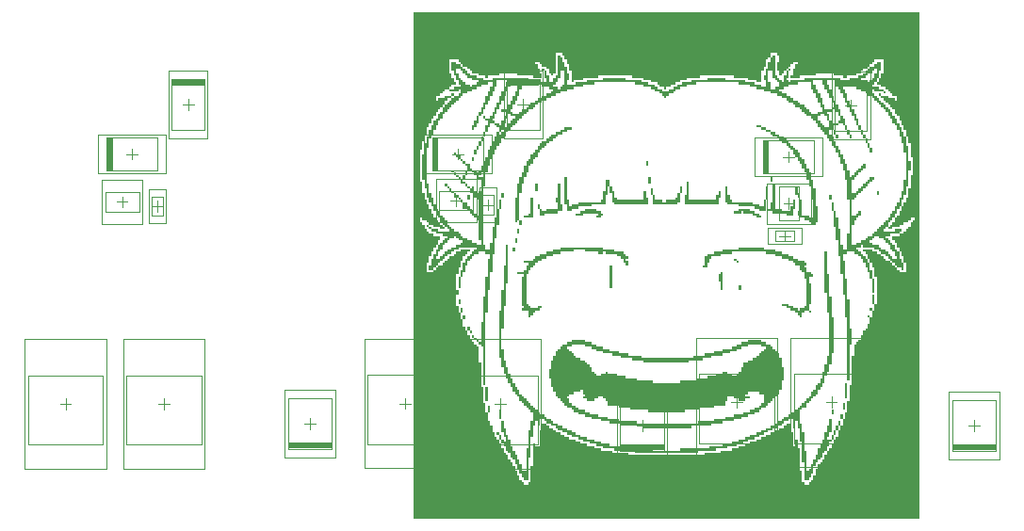
<source format=gbo>
G04*
G04 #@! TF.GenerationSoftware,Altium Limited,Altium Designer,18.1.6 (161)*
G04*
G04 Layer_Color=32896*
%FSLAX25Y25*%
%MOIN*%
G70*
G01*
G75*
%ADD13C,0.00394*%
%ADD14R,0.11496X0.02420*%
%ADD15R,0.15512X0.02420*%
%ADD16R,0.02420X0.11496*%
%ADD17C,0.00197*%
G36*
X445200Y360400D02*
Y359600D01*
Y358800D01*
Y358000D01*
Y357200D01*
Y356400D01*
Y355600D01*
Y354800D01*
Y354000D01*
Y353200D01*
Y352400D01*
Y351600D01*
Y350800D01*
Y350000D01*
Y349200D01*
Y348400D01*
Y347600D01*
Y346800D01*
Y346000D01*
Y345200D01*
Y344400D01*
Y343600D01*
Y342800D01*
Y342000D01*
Y341200D01*
Y340400D01*
Y339600D01*
Y338800D01*
Y338000D01*
Y337200D01*
Y336400D01*
Y335600D01*
Y334800D01*
Y334000D01*
Y333200D01*
Y332400D01*
Y331600D01*
Y330800D01*
Y330000D01*
Y329200D01*
Y328400D01*
Y327600D01*
Y326800D01*
Y326000D01*
Y325200D01*
Y324400D01*
Y323600D01*
Y322800D01*
Y322000D01*
Y321200D01*
Y320400D01*
Y319600D01*
Y318800D01*
Y318000D01*
Y317200D01*
Y316400D01*
Y315600D01*
Y314800D01*
Y314000D01*
Y313200D01*
Y312400D01*
Y311600D01*
Y310800D01*
Y310000D01*
Y309200D01*
Y308400D01*
Y307600D01*
Y306800D01*
Y306000D01*
Y305200D01*
Y304400D01*
Y303600D01*
Y302800D01*
Y302000D01*
Y301200D01*
Y300400D01*
Y299600D01*
Y298800D01*
Y298000D01*
Y297200D01*
Y296400D01*
Y295600D01*
Y294800D01*
Y294000D01*
Y293200D01*
Y292400D01*
Y291600D01*
Y290800D01*
Y290000D01*
Y289200D01*
Y288400D01*
Y287600D01*
Y286800D01*
Y286000D01*
Y285200D01*
Y284400D01*
Y283600D01*
Y282800D01*
Y282000D01*
Y281200D01*
Y280400D01*
Y279600D01*
Y278800D01*
Y278000D01*
Y277200D01*
Y276400D01*
Y275600D01*
Y274800D01*
Y274000D01*
Y273200D01*
Y272400D01*
Y271600D01*
Y270800D01*
Y270000D01*
Y269200D01*
Y268400D01*
Y267600D01*
Y266800D01*
Y266000D01*
Y265200D01*
Y264400D01*
Y263600D01*
Y262800D01*
Y262000D01*
Y261200D01*
Y260400D01*
Y259600D01*
Y258800D01*
Y258000D01*
Y257200D01*
Y256400D01*
Y255600D01*
Y254800D01*
Y254000D01*
Y253200D01*
Y252400D01*
Y251600D01*
Y250800D01*
Y250000D01*
Y249200D01*
Y248400D01*
Y247600D01*
Y246800D01*
Y246000D01*
Y245200D01*
Y244400D01*
Y243600D01*
Y242800D01*
Y242000D01*
Y241200D01*
Y240400D01*
Y239600D01*
Y238800D01*
Y238000D01*
Y237200D01*
Y236400D01*
Y235600D01*
Y234800D01*
Y234000D01*
Y233200D01*
Y232400D01*
Y231600D01*
Y230800D01*
Y230000D01*
Y229200D01*
Y228400D01*
Y227600D01*
Y226800D01*
Y226000D01*
Y225200D01*
Y224400D01*
Y223600D01*
Y222800D01*
Y222000D01*
Y221200D01*
Y220400D01*
Y219600D01*
Y218800D01*
Y218000D01*
Y217200D01*
Y216400D01*
Y215600D01*
Y214800D01*
Y214000D01*
Y213200D01*
Y212400D01*
Y211600D01*
Y210800D01*
Y210000D01*
Y209200D01*
Y208400D01*
Y207600D01*
Y206800D01*
Y206000D01*
Y205200D01*
Y204400D01*
Y203600D01*
Y202800D01*
Y202000D01*
Y201200D01*
Y200400D01*
Y199600D01*
Y198800D01*
Y198000D01*
Y197200D01*
Y196400D01*
Y195600D01*
Y194800D01*
Y194000D01*
Y193200D01*
Y192400D01*
Y191600D01*
Y190800D01*
Y190000D01*
Y189200D01*
Y188400D01*
Y187600D01*
Y186800D01*
Y186000D01*
Y185200D01*
Y184400D01*
Y183600D01*
Y182800D01*
Y182000D01*
X266000D01*
Y182800D01*
Y183600D01*
Y184400D01*
Y185200D01*
Y186000D01*
Y186800D01*
Y187600D01*
Y188400D01*
Y189200D01*
Y190000D01*
Y190800D01*
Y191600D01*
Y192400D01*
Y193200D01*
Y194000D01*
Y194800D01*
Y195600D01*
Y196400D01*
Y197200D01*
Y198000D01*
Y198800D01*
Y199600D01*
Y200400D01*
Y201200D01*
Y202000D01*
Y202800D01*
Y203600D01*
Y204400D01*
Y205200D01*
Y206000D01*
Y206800D01*
Y207600D01*
Y208400D01*
Y209200D01*
Y210000D01*
Y210800D01*
Y211600D01*
Y212400D01*
Y213200D01*
Y214000D01*
Y214800D01*
Y215600D01*
Y216400D01*
Y217200D01*
Y218000D01*
Y218800D01*
Y219600D01*
Y220400D01*
Y221200D01*
Y222000D01*
Y222800D01*
Y223600D01*
Y224400D01*
Y225200D01*
Y226000D01*
Y226800D01*
Y227600D01*
Y228400D01*
Y229200D01*
Y230000D01*
Y230800D01*
Y231600D01*
Y232400D01*
Y233200D01*
Y234000D01*
Y234800D01*
Y235600D01*
Y236400D01*
Y237200D01*
Y238000D01*
Y238800D01*
Y239600D01*
Y240400D01*
Y241200D01*
Y242000D01*
Y242800D01*
Y243600D01*
Y244400D01*
Y245200D01*
Y246000D01*
Y246800D01*
Y247600D01*
Y248400D01*
Y249200D01*
Y250000D01*
Y250800D01*
Y251600D01*
Y252400D01*
Y253200D01*
Y254000D01*
Y254800D01*
Y255600D01*
Y256400D01*
Y257200D01*
Y258000D01*
Y258800D01*
Y259600D01*
Y260400D01*
Y261200D01*
Y262000D01*
Y262800D01*
Y263600D01*
Y264400D01*
Y265200D01*
Y266000D01*
Y266800D01*
Y267600D01*
Y268400D01*
Y269200D01*
Y270000D01*
Y270800D01*
Y271600D01*
Y272400D01*
Y273200D01*
Y274000D01*
Y274800D01*
Y275600D01*
Y276400D01*
Y277200D01*
Y278000D01*
Y278800D01*
Y279600D01*
Y280400D01*
Y281200D01*
Y282000D01*
Y282800D01*
Y283600D01*
Y284400D01*
Y285200D01*
Y286000D01*
Y286800D01*
Y287600D01*
Y288400D01*
Y289200D01*
Y290000D01*
Y290800D01*
Y291600D01*
Y292400D01*
Y293200D01*
Y294000D01*
Y294800D01*
Y295600D01*
Y296400D01*
Y297200D01*
Y298000D01*
Y298800D01*
Y299600D01*
Y300400D01*
Y301200D01*
Y302000D01*
Y302800D01*
Y303600D01*
Y304400D01*
Y305200D01*
Y306000D01*
Y306800D01*
Y307600D01*
Y308400D01*
Y309200D01*
Y310000D01*
Y310800D01*
Y311600D01*
Y312400D01*
Y313200D01*
Y314000D01*
Y314800D01*
Y315600D01*
Y316400D01*
Y317200D01*
Y318000D01*
Y318800D01*
Y319600D01*
Y320400D01*
Y321200D01*
Y322000D01*
Y322800D01*
Y323600D01*
Y324400D01*
Y325200D01*
Y326000D01*
Y326800D01*
Y327600D01*
Y328400D01*
Y329200D01*
Y330000D01*
Y330800D01*
Y331600D01*
Y332400D01*
Y333200D01*
Y334000D01*
Y334800D01*
Y335600D01*
Y336400D01*
Y337200D01*
Y338000D01*
Y338800D01*
Y339600D01*
Y340400D01*
Y341200D01*
Y342000D01*
Y342800D01*
Y343600D01*
Y344400D01*
Y345200D01*
Y346000D01*
Y346800D01*
Y347600D01*
Y348400D01*
Y349200D01*
Y350000D01*
Y350800D01*
Y351600D01*
Y352400D01*
Y353200D01*
Y354000D01*
Y354800D01*
Y355600D01*
Y356400D01*
Y357200D01*
Y358000D01*
Y358800D01*
Y359600D01*
Y360400D01*
Y361200D01*
X445200D01*
Y360400D01*
D02*
G37*
%LPC*%
G36*
X427600Y342000D02*
X426800D01*
Y341200D01*
X427600D01*
Y342000D01*
D02*
G37*
G36*
X402000Y343600D02*
X400400D01*
Y342800D01*
X399600D01*
Y342000D01*
X398800D01*
Y341200D01*
X399600D01*
Y340400D01*
X398800D01*
Y341200D01*
X398000D01*
Y340400D01*
X398800D01*
Y339600D01*
Y338800D01*
Y338000D01*
X398000D01*
Y337200D01*
X398800D01*
Y336400D01*
X399600D01*
Y337200D01*
X404400D01*
Y338000D01*
X417200D01*
Y337200D01*
X420400D01*
Y338000D01*
X423600D01*
Y338800D01*
X425200D01*
Y339600D01*
X426000D01*
Y340400D01*
X426800D01*
Y341200D01*
X425200D01*
Y340400D01*
X424400D01*
Y339600D01*
X422800D01*
Y338800D01*
X419600D01*
Y338000D01*
X418000D01*
Y338800D01*
X414800D01*
Y339600D01*
X408400D01*
Y338800D01*
X402800D01*
Y338000D01*
X399600D01*
Y338800D01*
X400400D01*
Y339600D01*
Y340400D01*
Y341200D01*
X401200D01*
Y342000D01*
Y342800D01*
X402000D01*
Y343600D01*
D02*
G37*
G36*
X432400Y344400D02*
X429200D01*
Y343600D01*
X428400D01*
Y342800D01*
X427600D01*
Y342000D01*
X429200D01*
Y342800D01*
X430000D01*
Y343600D01*
X431600D01*
Y342800D01*
Y342000D01*
Y341200D01*
Y340400D01*
X430800D01*
Y339600D01*
Y338800D01*
Y338000D01*
X431600D01*
Y338800D01*
Y339600D01*
X432400D01*
Y340400D01*
Y341200D01*
Y342000D01*
Y342800D01*
Y343600D01*
Y344400D01*
D02*
G37*
G36*
X430800Y338000D02*
X430000D01*
Y337200D01*
Y336400D01*
X430800D01*
Y337200D01*
Y338000D01*
D02*
G37*
G36*
X394800Y346800D02*
X392400D01*
Y346000D01*
Y345200D01*
X393200D01*
Y346000D01*
X394000D01*
Y345200D01*
Y344400D01*
Y343600D01*
Y342800D01*
Y342000D01*
Y341200D01*
Y340400D01*
Y339600D01*
Y338800D01*
X394800D01*
Y338000D01*
X395600D01*
Y337200D01*
X396400D01*
Y336400D01*
X397200D01*
Y337200D01*
Y338000D01*
Y338800D01*
X398000D01*
Y339600D01*
Y340400D01*
X397200D01*
Y339600D01*
X396400D01*
Y338800D01*
X395600D01*
Y339600D01*
Y340400D01*
X394800D01*
Y341200D01*
Y342000D01*
Y342800D01*
Y343600D01*
X395600D01*
Y344400D01*
Y345200D01*
Y346000D01*
X394800D01*
Y346800D01*
D02*
G37*
G36*
X430000Y341200D02*
X429200D01*
Y340400D01*
X428400D01*
Y339600D01*
X426800D01*
Y338800D01*
X426000D01*
Y338000D01*
X424400D01*
Y337200D01*
X422000D01*
Y336400D01*
Y335600D01*
X424400D01*
Y334800D01*
X425200D01*
Y335600D01*
X426800D01*
Y336400D01*
X427600D01*
Y337200D01*
X428400D01*
Y338000D01*
X429200D01*
Y338800D01*
Y339600D01*
X430000D01*
Y340400D01*
Y341200D01*
D02*
G37*
G36*
X318800Y346800D02*
X316400D01*
Y346000D01*
Y345200D01*
Y344400D01*
Y343600D01*
Y342800D01*
Y342000D01*
Y341200D01*
Y340400D01*
Y339600D01*
X315600D01*
Y338800D01*
X314800D01*
Y339600D01*
X314000D01*
Y340400D01*
Y341200D01*
X313200D01*
Y342000D01*
X311600D01*
Y342800D01*
X310800D01*
Y343600D01*
X309200D01*
Y342800D01*
X310000D01*
Y342000D01*
Y341200D01*
X310800D01*
Y340400D01*
Y339600D01*
X311600D01*
Y338800D01*
Y338000D01*
X308400D01*
Y338800D01*
X302800D01*
Y339600D01*
X296400D01*
Y338800D01*
X292400D01*
Y338000D01*
X291600D01*
Y338800D01*
X289200D01*
Y339600D01*
X286800D01*
Y340400D01*
X286000D01*
Y341200D01*
X285200D01*
Y342000D01*
X283600D01*
Y342800D01*
X282800D01*
Y343600D01*
X282000D01*
Y344400D01*
X278800D01*
Y343600D01*
Y342800D01*
Y342000D01*
Y341200D01*
Y340400D01*
Y339600D01*
X279600D01*
Y338800D01*
Y338000D01*
X280400D01*
Y337200D01*
Y336400D01*
X281200D01*
Y335600D01*
X279600D01*
Y334800D01*
X278800D01*
Y334000D01*
X280400D01*
Y334800D01*
X282800D01*
Y335600D01*
X282000D01*
Y336400D01*
Y337200D01*
X281200D01*
Y338000D01*
Y338800D01*
X280400D01*
Y339600D01*
Y340400D01*
X279600D01*
Y341200D01*
Y342000D01*
Y342800D01*
Y343600D01*
X281200D01*
Y342800D01*
X282800D01*
Y342000D01*
X283600D01*
Y341200D01*
X284400D01*
Y340400D01*
X285200D01*
Y339600D01*
X286000D01*
Y338800D01*
X288400D01*
Y338000D01*
X290800D01*
Y337200D01*
X294000D01*
Y338000D01*
X306800D01*
Y337200D01*
X310800D01*
Y336400D01*
X313200D01*
Y337200D01*
Y338000D01*
X312400D01*
Y338800D01*
Y339600D01*
Y340400D01*
X311600D01*
Y341200D01*
X312400D01*
Y340400D01*
X313200D01*
Y339600D01*
Y338800D01*
X314000D01*
Y338000D01*
Y337200D01*
Y336400D01*
X315600D01*
Y337200D01*
Y338000D01*
X316400D01*
Y338800D01*
X317200D01*
Y339600D01*
Y340400D01*
Y341200D01*
Y342000D01*
Y342800D01*
Y343600D01*
Y344400D01*
Y345200D01*
Y346000D01*
X318000D01*
Y345200D01*
X318800D01*
Y344400D01*
Y343600D01*
X319600D01*
Y342800D01*
Y342000D01*
X320400D01*
Y341200D01*
Y340400D01*
Y339600D01*
X321200D01*
Y338800D01*
Y338000D01*
Y337200D01*
X320400D01*
Y336400D01*
Y335600D01*
X323600D01*
Y336400D01*
X327600D01*
Y337200D01*
X333200D01*
Y338000D01*
X341200D01*
Y337200D01*
X346800D01*
Y336400D01*
X349200D01*
Y335600D01*
X351600D01*
Y334800D01*
X352400D01*
Y334000D01*
X354000D01*
Y333200D01*
X356400D01*
Y334000D01*
X358000D01*
Y334800D01*
X359600D01*
Y335600D01*
X361200D01*
Y336400D01*
X364400D01*
Y337200D01*
X370000D01*
Y338000D01*
X376400D01*
Y337200D01*
X383600D01*
Y336400D01*
X386800D01*
Y335600D01*
X389200D01*
Y334800D01*
X390800D01*
Y335600D01*
Y336400D01*
Y337200D01*
X390000D01*
Y338000D01*
Y338800D01*
X390800D01*
Y339600D01*
Y340400D01*
Y341200D01*
X391600D01*
Y342000D01*
Y342800D01*
Y343600D01*
X392400D01*
Y344400D01*
Y345200D01*
X391600D01*
Y344400D01*
X390800D01*
Y343600D01*
Y342800D01*
Y342000D01*
X390000D01*
Y341200D01*
Y340400D01*
X389200D01*
Y339600D01*
Y338800D01*
Y338000D01*
Y337200D01*
Y336400D01*
X387600D01*
Y337200D01*
X384400D01*
Y338000D01*
X379600D01*
Y338800D01*
X367600D01*
Y338000D01*
X362800D01*
Y337200D01*
X360400D01*
Y336400D01*
X358800D01*
Y335600D01*
X357200D01*
Y334800D01*
X355600D01*
Y334000D01*
X354800D01*
Y334800D01*
X353200D01*
Y335600D01*
X352400D01*
Y336400D01*
X350000D01*
Y337200D01*
X347600D01*
Y338000D01*
X343600D01*
Y338800D01*
X331600D01*
Y338000D01*
X326000D01*
Y337200D01*
X322800D01*
Y336400D01*
X322000D01*
Y337200D01*
Y338000D01*
Y338800D01*
Y339600D01*
Y340400D01*
X321200D01*
Y341200D01*
Y342000D01*
Y342800D01*
X320400D01*
Y343600D01*
Y344400D01*
X319600D01*
Y345200D01*
Y346000D01*
X318800D01*
Y346800D01*
D02*
G37*
G36*
X282800Y341200D02*
X281200D01*
Y340400D01*
Y339600D01*
X282000D01*
Y338800D01*
Y338000D01*
X282800D01*
Y337200D01*
X283600D01*
Y336400D01*
X284400D01*
Y335600D01*
X286000D01*
Y334800D01*
X286800D01*
Y335600D01*
X288400D01*
Y336400D01*
X289200D01*
Y337200D01*
X286800D01*
Y338000D01*
X285200D01*
Y338800D01*
X284400D01*
Y339600D01*
X283600D01*
Y340400D01*
X282800D01*
Y341200D01*
D02*
G37*
G36*
X393200Y340400D02*
X391600D01*
Y339600D01*
Y338800D01*
Y338000D01*
Y337200D01*
Y336400D01*
X392400D01*
Y335600D01*
Y334800D01*
Y334000D01*
X394000D01*
Y334800D01*
X395600D01*
Y335600D01*
Y336400D01*
X394800D01*
Y337200D01*
X394000D01*
Y338000D01*
X393200D01*
Y338800D01*
Y339600D01*
Y340400D01*
D02*
G37*
G36*
X319600D02*
X318000D01*
Y339600D01*
Y338800D01*
Y338000D01*
X317200D01*
Y337200D01*
Y336400D01*
X316400D01*
Y335600D01*
X315600D01*
Y334800D01*
X317200D01*
Y334000D01*
X318000D01*
Y334800D01*
X318800D01*
Y335600D01*
X319600D01*
Y336400D01*
Y337200D01*
Y338000D01*
Y338800D01*
Y339600D01*
Y340400D01*
D02*
G37*
G36*
X282800Y334000D02*
X282000D01*
Y333200D01*
X278800D01*
Y334000D01*
X277200D01*
Y333200D01*
X276400D01*
Y332400D01*
X275600D01*
Y331600D01*
X274000D01*
Y330800D01*
Y330000D01*
X274800D01*
Y330800D01*
X277200D01*
Y331600D01*
X279600D01*
Y330800D01*
X280400D01*
Y331600D01*
X279600D01*
Y332400D01*
X280400D01*
Y331600D01*
X282000D01*
Y332400D01*
X282800D01*
Y333200D01*
Y334000D01*
D02*
G37*
G36*
X430000Y336400D02*
X429200D01*
Y335600D01*
X428400D01*
Y334800D01*
X430800D01*
Y334000D01*
X432400D01*
Y333200D01*
X433200D01*
Y332400D01*
X432400D01*
Y333200D01*
X429200D01*
Y334000D01*
X428400D01*
Y333200D01*
Y332400D01*
X429200D01*
Y331600D01*
X430000D01*
Y330800D01*
X430800D01*
Y330000D01*
X431600D01*
Y329200D01*
X432400D01*
Y328400D01*
X433200D01*
Y327600D01*
X434000D01*
Y326800D01*
X434800D01*
Y326000D01*
X435600D01*
Y325200D01*
Y324400D01*
X436400D01*
Y323600D01*
X437200D01*
Y322800D01*
Y322000D01*
X438000D01*
Y321200D01*
Y320400D01*
X438800D01*
Y319600D01*
Y318800D01*
X439600D01*
Y318000D01*
Y317200D01*
X440400D01*
Y316400D01*
Y315600D01*
Y314800D01*
Y314000D01*
X441200D01*
Y313200D01*
Y312400D01*
Y311600D01*
Y310800D01*
Y310000D01*
Y309200D01*
Y308400D01*
X442000D01*
Y307600D01*
Y306800D01*
Y306000D01*
Y305200D01*
X441200D01*
Y304400D01*
Y303600D01*
Y302800D01*
Y302000D01*
Y301200D01*
Y300400D01*
Y299600D01*
X440400D01*
Y298800D01*
Y298000D01*
Y297200D01*
Y296400D01*
X439600D01*
Y295600D01*
Y294800D01*
X438800D01*
Y294000D01*
Y293200D01*
Y292400D01*
X439600D01*
Y293200D01*
Y294000D01*
X440400D01*
Y294800D01*
Y295600D01*
X441200D01*
Y296400D01*
Y297200D01*
Y298000D01*
Y298800D01*
X442000D01*
Y299600D01*
Y300400D01*
Y301200D01*
Y302000D01*
Y302800D01*
Y303600D01*
X442800D01*
Y304400D01*
Y305200D01*
Y306000D01*
Y306800D01*
Y307600D01*
Y308400D01*
Y309200D01*
Y310000D01*
X442000D01*
Y310800D01*
Y311600D01*
Y312400D01*
Y313200D01*
Y314000D01*
Y314800D01*
X441200D01*
Y315600D01*
Y316400D01*
Y317200D01*
X440400D01*
Y318000D01*
Y318800D01*
Y319600D01*
X439600D01*
Y320400D01*
Y321200D01*
X438800D01*
Y322000D01*
Y322800D01*
X438000D01*
Y323600D01*
Y324400D01*
X437200D01*
Y325200D01*
X436400D01*
Y326000D01*
Y326800D01*
X435600D01*
Y327600D01*
X434800D01*
Y328400D01*
X434000D01*
Y329200D01*
X433200D01*
Y330000D01*
X432400D01*
Y330800D01*
X431600D01*
Y331600D01*
X430800D01*
Y332400D01*
X431600D01*
Y331600D01*
X434000D01*
Y330800D01*
X436400D01*
Y330000D01*
X437200D01*
Y330800D01*
Y331600D01*
X435600D01*
Y332400D01*
X434800D01*
Y333200D01*
X434000D01*
Y334000D01*
X433200D01*
Y334800D01*
X431600D01*
Y335600D01*
X430000D01*
Y336400D01*
D02*
G37*
G36*
X381200D02*
X366000D01*
Y335600D01*
X362800D01*
Y334800D01*
X360400D01*
Y334000D01*
X358800D01*
Y333200D01*
X358000D01*
Y332400D01*
X356400D01*
Y331600D01*
X355600D01*
Y330800D01*
X354800D01*
Y331600D01*
X354000D01*
Y332400D01*
X353200D01*
Y333200D01*
X351600D01*
Y334000D01*
X350000D01*
Y334800D01*
X347600D01*
Y335600D01*
X344400D01*
Y336400D01*
X330000D01*
Y335600D01*
X326000D01*
Y334800D01*
X322800D01*
Y334000D01*
X320400D01*
Y333200D01*
X318000D01*
Y332400D01*
X316400D01*
Y331600D01*
X314800D01*
Y330800D01*
X313200D01*
Y330000D01*
X311600D01*
Y329200D01*
X310000D01*
Y328400D01*
X309200D01*
Y327600D01*
X308400D01*
Y326800D01*
X306800D01*
Y326000D01*
X306000D01*
Y325200D01*
X305200D01*
Y324400D01*
X304400D01*
Y323600D01*
X303600D01*
Y322800D01*
X302800D01*
Y322000D01*
X302000D01*
Y321200D01*
X301200D01*
Y320400D01*
X300400D01*
Y319600D01*
X299600D01*
Y318800D01*
X298800D01*
Y318000D01*
Y317200D01*
X298000D01*
Y316400D01*
X297200D01*
Y315600D01*
Y314800D01*
X296400D01*
Y314000D01*
X295600D01*
Y313200D01*
Y312400D01*
X294800D01*
Y311600D01*
Y310800D01*
X294000D01*
Y310000D01*
Y309200D01*
X293200D01*
Y308400D01*
Y307600D01*
Y306800D01*
X292400D01*
Y306000D01*
Y305200D01*
Y304400D01*
X291600D01*
Y303600D01*
Y302800D01*
Y302000D01*
Y301200D01*
Y300400D01*
Y299600D01*
X290800D01*
Y298800D01*
Y298000D01*
Y297200D01*
Y296400D01*
Y295600D01*
Y294800D01*
Y294000D01*
Y293200D01*
Y292400D01*
Y291600D01*
Y290800D01*
Y290000D01*
Y289200D01*
Y288400D01*
Y287600D01*
Y286800D01*
Y286000D01*
Y285200D01*
Y284400D01*
Y283600D01*
Y282800D01*
Y282000D01*
Y281200D01*
Y280400D01*
Y279600D01*
Y278800D01*
X291600D01*
Y278000D01*
Y277200D01*
X293200D01*
Y278000D01*
Y278800D01*
Y279600D01*
X294000D01*
Y280400D01*
Y281200D01*
Y282000D01*
Y282800D01*
Y283600D01*
Y284400D01*
Y285200D01*
X294800D01*
Y286000D01*
Y286800D01*
Y287600D01*
Y288400D01*
X295600D01*
Y289200D01*
Y290000D01*
Y290800D01*
Y291600D01*
X296400D01*
Y290800D01*
Y290000D01*
Y289200D01*
Y288400D01*
Y287600D01*
Y286800D01*
Y286000D01*
X295600D01*
Y285200D01*
Y284400D01*
Y283600D01*
Y282800D01*
Y282000D01*
Y281200D01*
X294800D01*
Y280400D01*
Y279600D01*
Y278800D01*
Y278000D01*
Y277200D01*
Y276400D01*
Y275600D01*
X294000D01*
Y274800D01*
Y274000D01*
Y273200D01*
Y272400D01*
Y271600D01*
Y270800D01*
Y270000D01*
Y269200D01*
X293200D01*
Y268400D01*
Y267600D01*
Y266800D01*
Y266000D01*
Y265200D01*
Y264400D01*
Y263600D01*
Y262800D01*
X292400D01*
Y262000D01*
Y261200D01*
Y260400D01*
Y259600D01*
Y258800D01*
Y258000D01*
Y257200D01*
Y256400D01*
Y255600D01*
Y254800D01*
X291600D01*
Y254000D01*
Y253200D01*
Y252400D01*
Y251600D01*
Y250800D01*
Y250000D01*
Y249200D01*
Y248400D01*
Y247600D01*
Y246800D01*
Y246000D01*
Y245200D01*
Y244400D01*
Y243600D01*
Y242800D01*
Y242000D01*
Y241200D01*
Y240400D01*
Y239600D01*
Y238800D01*
Y238000D01*
Y237200D01*
Y236400D01*
Y235600D01*
Y234800D01*
Y234000D01*
Y233200D01*
Y232400D01*
Y231600D01*
Y230800D01*
Y230000D01*
Y229200D01*
X290800D01*
Y230000D01*
Y230800D01*
Y231600D01*
Y232400D01*
Y233200D01*
Y234000D01*
Y234800D01*
Y235600D01*
Y236400D01*
Y237200D01*
Y238000D01*
Y238800D01*
Y239600D01*
Y240400D01*
Y241200D01*
Y242000D01*
Y242800D01*
X290000D01*
Y243600D01*
X289200D01*
Y244400D01*
X288400D01*
Y245200D01*
X287600D01*
Y246000D01*
X286800D01*
Y246800D01*
X287600D01*
Y246000D01*
X288400D01*
Y245200D01*
X289200D01*
Y244400D01*
X290000D01*
Y245200D01*
Y246000D01*
Y246800D01*
Y247600D01*
Y248400D01*
Y249200D01*
Y250000D01*
Y250800D01*
Y251600D01*
X290800D01*
Y252400D01*
Y253200D01*
Y254000D01*
Y254800D01*
Y255600D01*
Y256400D01*
Y257200D01*
Y258000D01*
Y258800D01*
Y259600D01*
Y260400D01*
X291600D01*
Y261200D01*
Y262000D01*
Y262800D01*
Y263600D01*
Y264400D01*
Y265200D01*
Y266000D01*
Y266800D01*
Y267600D01*
X292400D01*
Y268400D01*
Y269200D01*
Y270000D01*
Y270800D01*
Y271600D01*
Y272400D01*
Y273200D01*
Y274000D01*
X293200D01*
Y274800D01*
Y275600D01*
X291600D01*
Y276400D01*
X289200D01*
Y275600D01*
X287600D01*
Y274800D01*
X286800D01*
Y274000D01*
X286000D01*
Y273200D01*
X285200D01*
Y272400D01*
Y271600D01*
X284400D01*
Y270800D01*
Y270000D01*
Y269200D01*
X283600D01*
Y268400D01*
Y267600D01*
X282800D01*
Y268400D01*
Y269200D01*
Y270000D01*
X283600D01*
Y270800D01*
Y271600D01*
Y272400D01*
X284400D01*
Y273200D01*
Y274000D01*
X285200D01*
Y274800D01*
X286000D01*
Y275600D01*
X286800D01*
Y276400D01*
X287600D01*
Y277200D01*
X288400D01*
Y278000D01*
X282000D01*
Y277200D01*
X280400D01*
Y276400D01*
X279600D01*
Y275600D01*
X278000D01*
Y274800D01*
X277200D01*
Y274000D01*
X276400D01*
Y273200D01*
X275600D01*
Y272400D01*
X274800D01*
Y271600D01*
X276400D01*
Y272400D01*
X277200D01*
Y273200D01*
X278000D01*
Y274000D01*
X278800D01*
Y274800D01*
X280400D01*
Y275600D01*
X281200D01*
Y276400D01*
X282800D01*
Y277200D01*
X286000D01*
Y276400D01*
X285200D01*
Y275600D01*
X284400D01*
Y274800D01*
X283600D01*
Y274000D01*
Y273200D01*
X282800D01*
Y272400D01*
Y271600D01*
Y270800D01*
X282000D01*
Y270000D01*
Y269200D01*
Y268400D01*
X281200D01*
Y267600D01*
Y266800D01*
Y266000D01*
Y265200D01*
Y264400D01*
Y263600D01*
Y262800D01*
X282000D01*
Y262000D01*
Y261200D01*
X281200D01*
Y260400D01*
Y259600D01*
Y258800D01*
Y258000D01*
Y257200D01*
X282000D01*
Y256400D01*
Y255600D01*
Y254800D01*
X282800D01*
Y254000D01*
Y253200D01*
Y252400D01*
X283600D01*
Y251600D01*
Y250800D01*
Y250000D01*
X284400D01*
Y249200D01*
Y248400D01*
X285200D01*
Y247600D01*
Y246800D01*
X286000D01*
Y246000D01*
Y245200D01*
X286800D01*
Y244400D01*
X287600D01*
Y243600D01*
X288400D01*
Y242800D01*
X289200D01*
Y242000D01*
Y241200D01*
Y240400D01*
Y239600D01*
Y238800D01*
Y238000D01*
Y237200D01*
X290000D01*
Y236400D01*
Y235600D01*
Y234800D01*
Y234000D01*
Y233200D01*
Y232400D01*
Y231600D01*
Y230800D01*
Y230000D01*
Y229200D01*
Y228400D01*
X290800D01*
Y227600D01*
Y226800D01*
Y226000D01*
Y225200D01*
Y224400D01*
Y223600D01*
Y222800D01*
X291600D01*
Y222000D01*
Y221200D01*
Y220400D01*
Y219600D01*
X292400D01*
Y218800D01*
Y218000D01*
Y217200D01*
Y216400D01*
X293200D01*
Y215600D01*
Y214800D01*
X294000D01*
Y214000D01*
Y213200D01*
Y212400D01*
X294800D01*
Y211600D01*
Y210800D01*
X295600D01*
Y210000D01*
X296400D01*
Y209200D01*
Y208400D01*
X297200D01*
Y207600D01*
Y206800D01*
X298000D01*
Y206000D01*
Y205200D01*
X298800D01*
Y204400D01*
X299600D01*
Y203600D01*
Y202800D01*
X300400D01*
Y202000D01*
X301200D01*
Y201200D01*
Y200400D01*
X302000D01*
Y199600D01*
Y198800D01*
X302800D01*
Y198000D01*
Y197200D01*
X303600D01*
Y196400D01*
Y195600D01*
X304400D01*
Y194800D01*
X305200D01*
Y194000D01*
X306800D01*
Y194800D01*
X307600D01*
Y195600D01*
Y196400D01*
Y197200D01*
Y198000D01*
Y198800D01*
Y199600D01*
Y200400D01*
X308400D01*
Y201200D01*
Y202000D01*
Y202800D01*
Y203600D01*
Y204400D01*
Y205200D01*
Y206000D01*
Y206800D01*
Y207600D01*
Y208400D01*
X309200D01*
Y207600D01*
X310800D01*
Y208400D01*
Y209200D01*
Y210000D01*
Y210800D01*
Y211600D01*
Y212400D01*
Y213200D01*
X311600D01*
Y214000D01*
Y214800D01*
Y215600D01*
X313200D01*
Y214800D01*
X314000D01*
Y214000D01*
X315600D01*
Y213200D01*
X316400D01*
Y212400D01*
X318000D01*
Y211600D01*
X319600D01*
Y210800D01*
X321200D01*
Y210000D01*
X323600D01*
Y209200D01*
X325200D01*
Y208400D01*
X327600D01*
Y207600D01*
X330000D01*
Y206800D01*
X332400D01*
Y206000D01*
X336400D01*
Y205200D01*
X342000D01*
Y204400D01*
X369200D01*
Y205200D01*
X374800D01*
Y206000D01*
X378800D01*
Y206800D01*
X381200D01*
Y207600D01*
X383600D01*
Y208400D01*
X385200D01*
Y209200D01*
X387600D01*
Y210000D01*
X389200D01*
Y210800D01*
X390800D01*
Y211600D01*
X392400D01*
Y212400D01*
X394000D01*
Y213200D01*
X395600D01*
Y214000D01*
X397200D01*
Y214800D01*
X398000D01*
Y215600D01*
X399600D01*
Y214800D01*
Y214000D01*
Y213200D01*
Y212400D01*
X400400D01*
Y211600D01*
Y210800D01*
Y210000D01*
Y209200D01*
Y208400D01*
Y207600D01*
X401200D01*
Y208400D01*
Y209200D01*
Y210000D01*
X402000D01*
Y209200D01*
Y208400D01*
Y207600D01*
Y206800D01*
X402800D01*
Y206000D01*
Y205200D01*
Y204400D01*
Y203600D01*
Y202800D01*
Y202000D01*
Y201200D01*
Y200400D01*
Y199600D01*
Y198800D01*
X403600D01*
Y198000D01*
Y197200D01*
Y196400D01*
Y195600D01*
Y194800D01*
X404400D01*
Y194000D01*
X406000D01*
Y194800D01*
X406800D01*
Y195600D01*
X407600D01*
Y196400D01*
Y197200D01*
X408400D01*
Y198000D01*
Y198800D01*
Y199600D01*
X409200D01*
Y200400D01*
Y201200D01*
X410000D01*
Y202000D01*
X410800D01*
Y202800D01*
X411600D01*
Y203600D01*
Y204400D01*
X412400D01*
Y205200D01*
Y206000D01*
X411600D01*
Y205200D01*
X410800D01*
Y204400D01*
Y203600D01*
X410000D01*
Y202800D01*
X409200D01*
Y202000D01*
X408400D01*
Y201200D01*
Y200400D01*
X407600D01*
Y199600D01*
Y198800D01*
Y198000D01*
X406800D01*
Y197200D01*
Y196400D01*
X406000D01*
Y195600D01*
X404400D01*
Y196400D01*
Y197200D01*
Y198000D01*
Y198800D01*
Y199600D01*
Y200400D01*
Y201200D01*
Y202000D01*
X403600D01*
Y202800D01*
Y203600D01*
Y204400D01*
Y205200D01*
Y206000D01*
Y206800D01*
Y207600D01*
Y208400D01*
Y209200D01*
X402800D01*
Y210000D01*
Y210800D01*
Y211600D01*
Y212400D01*
Y213200D01*
Y214000D01*
X402000D01*
Y214800D01*
Y215600D01*
Y216400D01*
X401200D01*
Y215600D01*
Y214800D01*
Y214000D01*
X400400D01*
Y214800D01*
Y215600D01*
Y216400D01*
Y217200D01*
X398800D01*
Y216400D01*
X397200D01*
Y215600D01*
X396400D01*
Y214800D01*
X394800D01*
Y214000D01*
X393200D01*
Y213200D01*
X391600D01*
Y212400D01*
X390000D01*
Y211600D01*
X388400D01*
Y210800D01*
X386800D01*
Y210000D01*
X384400D01*
Y209200D01*
X382800D01*
Y208400D01*
X380400D01*
Y207600D01*
X377200D01*
Y206800D01*
X373200D01*
Y206000D01*
X366800D01*
Y205200D01*
X344400D01*
Y206000D01*
X337200D01*
Y206800D01*
X333200D01*
Y207600D01*
X330800D01*
Y208400D01*
X328400D01*
Y209200D01*
X326000D01*
Y210000D01*
X324400D01*
Y210800D01*
X322000D01*
Y211600D01*
X320400D01*
Y212400D01*
X318800D01*
Y213200D01*
X317200D01*
Y214000D01*
X316400D01*
Y214800D01*
X314800D01*
Y215600D01*
X313200D01*
Y216400D01*
X312400D01*
Y217200D01*
X310800D01*
Y216400D01*
Y215600D01*
Y214800D01*
X310000D01*
Y215600D01*
Y216400D01*
X309200D01*
Y215600D01*
Y214800D01*
X308400D01*
Y214000D01*
Y213200D01*
Y212400D01*
Y211600D01*
Y210800D01*
X307600D01*
Y210000D01*
Y209200D01*
Y208400D01*
Y207600D01*
Y206800D01*
Y206000D01*
Y205200D01*
Y204400D01*
Y203600D01*
X306800D01*
Y202800D01*
Y202000D01*
Y201200D01*
Y200400D01*
Y199600D01*
Y198800D01*
Y198000D01*
Y197200D01*
Y196400D01*
Y195600D01*
X305200D01*
Y196400D01*
X304400D01*
Y197200D01*
Y198000D01*
X303600D01*
Y198800D01*
Y199600D01*
X302800D01*
Y200400D01*
Y201200D01*
X302000D01*
Y202000D01*
Y202800D01*
X301200D01*
Y203600D01*
X300400D01*
Y204400D01*
Y205200D01*
X299600D01*
Y206000D01*
X298800D01*
Y206800D01*
Y207600D01*
X298000D01*
Y208400D01*
X297200D01*
Y209200D01*
Y210000D01*
X296400D01*
Y210800D01*
Y211600D01*
X295600D01*
Y212400D01*
X296400D01*
Y211600D01*
X297200D01*
Y210800D01*
Y210000D01*
X298000D01*
Y209200D01*
X298800D01*
Y210000D01*
Y210800D01*
X298000D01*
Y211600D01*
Y212400D01*
X297200D01*
Y213200D01*
Y214000D01*
Y214800D01*
Y215600D01*
Y216400D01*
X298000D01*
Y215600D01*
Y214800D01*
Y214000D01*
X298800D01*
Y213200D01*
Y212400D01*
Y211600D01*
X299600D01*
Y210800D01*
Y210000D01*
X300400D01*
Y209200D01*
Y208400D01*
Y207600D01*
X301200D01*
Y206800D01*
Y206000D01*
X302000D01*
Y205200D01*
Y204400D01*
X302800D01*
Y203600D01*
Y202800D01*
X303600D01*
Y202000D01*
Y201200D01*
X304400D01*
Y200400D01*
Y199600D01*
Y198800D01*
X306000D01*
Y199600D01*
Y200400D01*
Y201200D01*
Y202000D01*
Y202800D01*
Y203600D01*
Y204400D01*
Y205200D01*
Y206000D01*
Y206800D01*
X306800D01*
Y207600D01*
Y208400D01*
Y209200D01*
Y210000D01*
Y210800D01*
Y211600D01*
Y212400D01*
Y213200D01*
X307600D01*
Y214000D01*
Y214800D01*
Y215600D01*
Y216400D01*
X308400D01*
Y217200D01*
Y218000D01*
Y218800D01*
Y219600D01*
X307600D01*
Y220400D01*
X306800D01*
Y221200D01*
X306000D01*
Y222000D01*
X305200D01*
Y222800D01*
X304400D01*
Y223600D01*
X303600D01*
Y224400D01*
Y225200D01*
X302800D01*
Y226000D01*
X302000D01*
Y226800D01*
X301200D01*
Y227600D01*
Y228400D01*
X300400D01*
Y229200D01*
Y230000D01*
X299600D01*
Y230800D01*
Y231600D01*
X298800D01*
Y232400D01*
Y233200D01*
X298000D01*
Y234000D01*
Y234800D01*
Y235600D01*
X297200D01*
Y236400D01*
Y237200D01*
Y238000D01*
Y238800D01*
X296400D01*
Y239600D01*
Y240400D01*
Y241200D01*
Y242000D01*
Y242800D01*
Y243600D01*
Y244400D01*
Y245200D01*
Y246000D01*
Y246800D01*
Y247600D01*
Y248400D01*
Y249200D01*
Y250000D01*
Y250800D01*
Y251600D01*
Y252400D01*
Y253200D01*
Y254000D01*
Y254800D01*
Y255600D01*
X297200D01*
Y256400D01*
Y257200D01*
Y258000D01*
Y258800D01*
Y259600D01*
Y260400D01*
Y261200D01*
Y262000D01*
Y262800D01*
X298000D01*
Y263600D01*
Y264400D01*
Y265200D01*
Y266000D01*
Y266800D01*
Y267600D01*
Y268400D01*
Y269200D01*
Y270000D01*
Y270800D01*
Y271600D01*
X298800D01*
Y272400D01*
Y273200D01*
Y274000D01*
Y274800D01*
Y275600D01*
Y276400D01*
Y277200D01*
Y278000D01*
Y278800D01*
X299600D01*
Y278000D01*
Y277200D01*
Y276400D01*
Y275600D01*
Y274800D01*
Y274000D01*
Y273200D01*
Y272400D01*
Y271600D01*
Y270800D01*
Y270000D01*
Y269200D01*
Y268400D01*
Y267600D01*
Y266800D01*
Y266000D01*
Y265200D01*
X298800D01*
Y264400D01*
Y263600D01*
Y262800D01*
Y262000D01*
Y261200D01*
Y260400D01*
Y259600D01*
Y258800D01*
Y258000D01*
Y257200D01*
X298000D01*
Y256400D01*
Y255600D01*
Y254800D01*
Y254000D01*
Y253200D01*
Y252400D01*
Y251600D01*
Y250800D01*
Y250000D01*
Y249200D01*
X297200D01*
Y248400D01*
Y247600D01*
Y246800D01*
Y246000D01*
Y245200D01*
Y244400D01*
Y243600D01*
Y242800D01*
Y242000D01*
X298000D01*
Y241200D01*
Y240400D01*
Y239600D01*
Y238800D01*
Y238000D01*
X298800D01*
Y237200D01*
Y236400D01*
Y235600D01*
X299600D01*
Y234800D01*
Y234000D01*
Y233200D01*
X300400D01*
Y232400D01*
Y231600D01*
X301200D01*
Y230800D01*
Y230000D01*
X302000D01*
Y229200D01*
Y228400D01*
X302800D01*
Y227600D01*
X303600D01*
Y226800D01*
Y226000D01*
X304400D01*
Y225200D01*
X305200D01*
Y224400D01*
X306000D01*
Y223600D01*
X306800D01*
Y222800D01*
X307600D01*
Y222000D01*
X308400D01*
Y221200D01*
X309200D01*
Y220400D01*
X310000D01*
Y219600D01*
X310800D01*
Y218800D01*
X312400D01*
Y218000D01*
X313200D01*
Y217200D01*
X314800D01*
Y216400D01*
X315600D01*
Y215600D01*
X317200D01*
Y214800D01*
X318800D01*
Y214000D01*
X320400D01*
Y213200D01*
X322000D01*
Y212400D01*
X323600D01*
Y211600D01*
X325200D01*
Y210800D01*
X327600D01*
Y210000D01*
X330000D01*
Y209200D01*
X332400D01*
Y208400D01*
X335600D01*
Y207600D01*
X340400D01*
Y206800D01*
X350800D01*
Y206000D01*
X360400D01*
Y206800D01*
X370800D01*
Y207600D01*
X375600D01*
Y208400D01*
X378800D01*
Y209200D01*
X381200D01*
Y210000D01*
X383600D01*
Y210800D01*
X385200D01*
Y211600D01*
X387600D01*
Y212400D01*
X389200D01*
Y213200D01*
X390800D01*
Y214000D01*
X392400D01*
Y214800D01*
X394000D01*
Y215600D01*
X394800D01*
Y216400D01*
X396400D01*
Y217200D01*
X397200D01*
Y218000D01*
X398800D01*
Y218800D01*
X399600D01*
Y219600D01*
X401200D01*
Y220400D01*
X402000D01*
Y221200D01*
X402800D01*
Y222000D01*
X403600D01*
Y222800D01*
X404400D01*
Y223600D01*
X405200D01*
Y224400D01*
X406000D01*
Y225200D01*
X406800D01*
Y226000D01*
Y226800D01*
X407600D01*
Y227600D01*
X408400D01*
Y228400D01*
Y229200D01*
X409200D01*
Y230000D01*
X410000D01*
Y230800D01*
Y231600D01*
X410800D01*
Y232400D01*
Y233200D01*
Y234000D01*
X411600D01*
Y234800D01*
Y235600D01*
Y236400D01*
X412400D01*
Y237200D01*
Y238000D01*
Y238800D01*
Y239600D01*
X413200D01*
Y240400D01*
Y241200D01*
Y242000D01*
Y242800D01*
Y243600D01*
Y244400D01*
Y245200D01*
Y246000D01*
Y246800D01*
Y247600D01*
Y248400D01*
Y249200D01*
Y250000D01*
Y250800D01*
Y251600D01*
Y252400D01*
Y253200D01*
Y254000D01*
Y254800D01*
X412400D01*
Y255600D01*
Y256400D01*
Y257200D01*
Y258000D01*
Y258800D01*
Y259600D01*
Y260400D01*
Y261200D01*
Y262000D01*
X411600D01*
Y262800D01*
Y263600D01*
Y264400D01*
Y265200D01*
Y266000D01*
Y266800D01*
Y267600D01*
Y268400D01*
Y269200D01*
Y270000D01*
Y270800D01*
Y271600D01*
Y272400D01*
Y273200D01*
Y274000D01*
Y274800D01*
Y275600D01*
Y276400D01*
X412400D01*
Y275600D01*
Y274800D01*
Y274000D01*
Y273200D01*
Y272400D01*
Y271600D01*
Y270800D01*
Y270000D01*
Y269200D01*
Y268400D01*
X413200D01*
Y267600D01*
Y266800D01*
Y266000D01*
Y265200D01*
Y264400D01*
Y263600D01*
Y262800D01*
Y262000D01*
Y261200D01*
Y260400D01*
X414000D01*
Y259600D01*
Y258800D01*
Y258000D01*
Y257200D01*
Y256400D01*
Y255600D01*
Y254800D01*
Y254000D01*
Y253200D01*
X414800D01*
Y252400D01*
Y251600D01*
Y250800D01*
Y250000D01*
Y249200D01*
Y248400D01*
Y247600D01*
Y246800D01*
Y246000D01*
Y245200D01*
Y244400D01*
Y243600D01*
Y242800D01*
Y242000D01*
Y241200D01*
Y240400D01*
X414000D01*
Y239600D01*
Y238800D01*
Y238000D01*
Y237200D01*
Y236400D01*
X413200D01*
Y235600D01*
Y234800D01*
Y234000D01*
X412400D01*
Y233200D01*
Y232400D01*
X411600D01*
Y231600D01*
Y230800D01*
Y230000D01*
X410800D01*
Y229200D01*
Y228400D01*
X410000D01*
Y227600D01*
X409200D01*
Y226800D01*
Y226000D01*
X408400D01*
Y225200D01*
X407600D01*
Y224400D01*
X406800D01*
Y223600D01*
X406000D01*
Y222800D01*
X405200D01*
Y222000D01*
Y221200D01*
X403600D01*
Y220400D01*
X402800D01*
Y219600D01*
Y218800D01*
Y218000D01*
Y217200D01*
Y216400D01*
Y215600D01*
X403600D01*
Y214800D01*
Y214000D01*
Y213200D01*
Y212400D01*
X404400D01*
Y211600D01*
Y210800D01*
Y210000D01*
Y209200D01*
Y208400D01*
Y207600D01*
Y206800D01*
Y206000D01*
X405200D01*
Y205200D01*
Y204400D01*
Y203600D01*
Y202800D01*
Y202000D01*
Y201200D01*
Y200400D01*
Y199600D01*
Y198800D01*
X406000D01*
Y199600D01*
X406800D01*
Y200400D01*
Y201200D01*
X407600D01*
Y202000D01*
Y202800D01*
X408400D01*
Y203600D01*
Y204400D01*
X409200D01*
Y205200D01*
Y206000D01*
Y206800D01*
X410000D01*
Y207600D01*
Y208400D01*
X410800D01*
Y209200D01*
Y210000D01*
X411600D01*
Y210800D01*
Y211600D01*
Y212400D01*
X412400D01*
Y213200D01*
Y214000D01*
Y214800D01*
X413200D01*
Y215600D01*
Y216400D01*
Y217200D01*
X414000D01*
Y216400D01*
Y215600D01*
Y214800D01*
Y214000D01*
Y213200D01*
Y212400D01*
X413200D01*
Y211600D01*
Y210800D01*
X412400D01*
Y210000D01*
X414000D01*
Y209200D01*
X413200D01*
Y208400D01*
Y207600D01*
X412400D01*
Y206800D01*
Y206000D01*
X413200D01*
Y206800D01*
X414000D01*
Y207600D01*
Y208400D01*
X414800D01*
Y209200D01*
Y210000D01*
X414000D01*
Y210800D01*
Y211600D01*
X414800D01*
Y210800D01*
Y210000D01*
X415600D01*
Y210800D01*
X416400D01*
Y211600D01*
Y212400D01*
Y213200D01*
X415600D01*
Y214000D01*
Y214800D01*
X416400D01*
Y214000D01*
Y213200D01*
X417200D01*
Y214000D01*
Y214800D01*
X416400D01*
Y215600D01*
Y216400D01*
X417200D01*
Y215600D01*
Y214800D01*
X418000D01*
Y215600D01*
Y216400D01*
Y217200D01*
X417200D01*
Y218000D01*
Y218800D01*
X418000D01*
Y218000D01*
Y217200D01*
X418800D01*
Y218000D01*
Y218800D01*
Y219600D01*
X419600D01*
Y220400D01*
Y221200D01*
Y222000D01*
Y222800D01*
Y223600D01*
X420400D01*
Y224400D01*
Y225200D01*
Y226000D01*
Y226800D01*
Y227600D01*
Y228400D01*
Y229200D01*
X421200D01*
Y230000D01*
Y230800D01*
Y231600D01*
Y232400D01*
Y233200D01*
Y234000D01*
Y234800D01*
Y235600D01*
Y236400D01*
Y237200D01*
Y238000D01*
Y238800D01*
Y239600D01*
X422000D01*
Y240400D01*
Y241200D01*
Y242000D01*
Y242800D01*
Y243600D01*
X422800D01*
Y244400D01*
X423600D01*
Y245200D01*
X424400D01*
Y246000D01*
Y246800D01*
X425200D01*
Y247600D01*
Y248400D01*
X426000D01*
Y249200D01*
X426800D01*
Y250000D01*
Y250800D01*
X427600D01*
Y251600D01*
Y252400D01*
Y253200D01*
X426800D01*
Y254000D01*
X427600D01*
Y253200D01*
X428400D01*
Y254000D01*
Y254800D01*
Y255600D01*
X427600D01*
Y256400D01*
X428400D01*
Y255600D01*
X429200D01*
Y256400D01*
Y257200D01*
Y258000D01*
X428400D01*
Y258800D01*
Y259600D01*
Y260400D01*
Y261200D01*
X429200D01*
Y260400D01*
Y259600D01*
Y258800D01*
Y258000D01*
X430000D01*
Y258800D01*
Y259600D01*
Y260400D01*
Y261200D01*
Y262000D01*
Y262800D01*
Y263600D01*
Y264400D01*
Y265200D01*
Y266000D01*
Y266800D01*
Y267600D01*
X429200D01*
Y268400D01*
Y269200D01*
Y270000D01*
Y270800D01*
X428400D01*
Y271600D01*
Y272400D01*
X427600D01*
Y273200D01*
Y274000D01*
X426800D01*
Y274800D01*
Y275600D01*
X426000D01*
Y276400D01*
X425200D01*
Y277200D01*
X428400D01*
Y276400D01*
X430000D01*
Y275600D01*
X431600D01*
Y274800D01*
X432400D01*
Y274000D01*
X433200D01*
Y273200D01*
X434800D01*
Y272400D01*
X435600D01*
Y271600D01*
X436400D01*
Y270800D01*
X437200D01*
Y270000D01*
X438000D01*
Y269200D01*
X440400D01*
Y270000D01*
Y270800D01*
Y271600D01*
Y272400D01*
X439600D01*
Y273200D01*
Y274000D01*
Y274800D01*
X438800D01*
Y275600D01*
Y276400D01*
X438000D01*
Y277200D01*
Y278000D01*
X437200D01*
Y278800D01*
Y279600D01*
X436400D01*
Y280400D01*
X435600D01*
Y281200D01*
Y282000D01*
X438000D01*
Y282800D01*
X434800D01*
Y282000D01*
X433200D01*
Y281200D01*
X434000D01*
Y280400D01*
X434800D01*
Y279600D01*
X435600D01*
Y278800D01*
X436400D01*
Y278000D01*
Y277200D01*
X437200D01*
Y276400D01*
X438000D01*
Y275600D01*
Y274800D01*
Y274000D01*
X438800D01*
Y273200D01*
Y272400D01*
X439600D01*
Y271600D01*
Y270800D01*
Y270000D01*
X438800D01*
Y270800D01*
X437200D01*
Y271600D01*
X436400D01*
Y272400D01*
X435600D01*
Y273200D01*
X434800D01*
Y274000D01*
X434000D01*
Y274800D01*
X433200D01*
Y275600D01*
X431600D01*
Y276400D01*
X430800D01*
Y277200D01*
X429200D01*
Y278000D01*
X425200D01*
Y278800D01*
X424400D01*
Y278000D01*
X422800D01*
Y277200D01*
X423600D01*
Y276400D01*
X424400D01*
Y275600D01*
X425200D01*
Y274800D01*
X426000D01*
Y274000D01*
X426800D01*
Y273200D01*
Y272400D01*
X427600D01*
Y271600D01*
Y270800D01*
Y270000D01*
X428400D01*
Y269200D01*
Y268400D01*
Y267600D01*
Y266800D01*
X429200D01*
Y266000D01*
Y265200D01*
Y264400D01*
Y263600D01*
Y262800D01*
Y262000D01*
X428400D01*
Y262800D01*
Y263600D01*
Y264400D01*
Y265200D01*
Y266000D01*
Y266800D01*
X427600D01*
Y267600D01*
Y268400D01*
Y269200D01*
X426800D01*
Y270000D01*
Y270800D01*
X426000D01*
Y271600D01*
Y272400D01*
X425200D01*
Y273200D01*
Y274000D01*
X424400D01*
Y274800D01*
X423600D01*
Y275600D01*
X422000D01*
Y276400D01*
X419600D01*
Y275600D01*
X418000D01*
Y274800D01*
Y274000D01*
Y273200D01*
X418800D01*
Y272400D01*
Y271600D01*
Y270800D01*
Y270000D01*
Y269200D01*
Y268400D01*
Y267600D01*
Y266800D01*
X419600D01*
Y266000D01*
Y265200D01*
Y264400D01*
Y263600D01*
Y262800D01*
Y262000D01*
Y261200D01*
Y260400D01*
Y259600D01*
X420400D01*
Y258800D01*
Y258000D01*
Y257200D01*
Y256400D01*
Y255600D01*
Y254800D01*
Y254000D01*
Y253200D01*
Y252400D01*
Y251600D01*
Y250800D01*
Y250000D01*
Y249200D01*
X421200D01*
Y248400D01*
Y247600D01*
Y246800D01*
Y246000D01*
Y245200D01*
Y244400D01*
Y243600D01*
X420400D01*
Y242800D01*
Y242000D01*
Y241200D01*
Y240400D01*
Y239600D01*
Y238800D01*
Y238000D01*
Y237200D01*
Y236400D01*
Y235600D01*
Y234800D01*
Y234000D01*
Y233200D01*
Y232400D01*
Y231600D01*
Y230800D01*
X419600D01*
Y231600D01*
Y232400D01*
Y233200D01*
Y234000D01*
Y234800D01*
Y235600D01*
Y236400D01*
Y237200D01*
Y238000D01*
Y238800D01*
Y239600D01*
Y240400D01*
Y241200D01*
Y242000D01*
Y242800D01*
Y243600D01*
Y244400D01*
Y245200D01*
Y246000D01*
Y246800D01*
Y247600D01*
Y248400D01*
Y249200D01*
Y250000D01*
Y250800D01*
Y251600D01*
Y252400D01*
Y253200D01*
X418800D01*
Y254000D01*
Y254800D01*
Y255600D01*
Y256400D01*
Y257200D01*
Y258000D01*
Y258800D01*
Y259600D01*
Y260400D01*
Y261200D01*
X418000D01*
Y262000D01*
Y262800D01*
Y263600D01*
Y264400D01*
Y265200D01*
Y266000D01*
Y266800D01*
Y267600D01*
Y268400D01*
X417200D01*
Y269200D01*
Y270000D01*
Y270800D01*
Y271600D01*
Y272400D01*
Y273200D01*
Y274000D01*
Y274800D01*
X416400D01*
Y275600D01*
Y276400D01*
Y277200D01*
Y278000D01*
Y278800D01*
Y279600D01*
Y280400D01*
X415600D01*
Y281200D01*
Y282000D01*
Y282800D01*
Y283600D01*
Y284400D01*
Y285200D01*
X414800D01*
Y286000D01*
Y286800D01*
Y287600D01*
Y288400D01*
Y289200D01*
Y290000D01*
Y290800D01*
X414000D01*
Y291600D01*
Y292400D01*
Y293200D01*
Y294000D01*
X414800D01*
Y293200D01*
Y292400D01*
Y291600D01*
Y290800D01*
X415600D01*
Y290000D01*
Y289200D01*
Y288400D01*
X416400D01*
Y287600D01*
Y286800D01*
Y286000D01*
Y285200D01*
Y284400D01*
X417200D01*
Y283600D01*
Y282800D01*
Y282000D01*
Y281200D01*
Y280400D01*
Y279600D01*
Y278800D01*
X418000D01*
Y278000D01*
Y277200D01*
X419600D01*
Y278000D01*
Y278800D01*
Y279600D01*
Y280400D01*
Y281200D01*
Y282000D01*
Y282800D01*
X420400D01*
Y283600D01*
Y284400D01*
Y285200D01*
Y286000D01*
Y286800D01*
Y287600D01*
Y288400D01*
Y289200D01*
Y290000D01*
Y290800D01*
Y291600D01*
Y292400D01*
Y293200D01*
Y294000D01*
Y294800D01*
X419600D01*
Y295600D01*
Y296400D01*
Y297200D01*
Y298000D01*
Y298800D01*
Y299600D01*
Y300400D01*
Y301200D01*
Y302000D01*
X418800D01*
Y302800D01*
Y303600D01*
Y304400D01*
Y305200D01*
X418000D01*
Y306000D01*
Y306800D01*
Y307600D01*
X417200D01*
Y308400D01*
Y309200D01*
Y310000D01*
X416400D01*
Y310800D01*
Y311600D01*
X415600D01*
Y312400D01*
Y313200D01*
X414800D01*
Y314000D01*
X414000D01*
Y314800D01*
Y315600D01*
X413200D01*
Y316400D01*
X412400D01*
Y317200D01*
Y318000D01*
X411600D01*
Y318800D01*
X410800D01*
Y319600D01*
X410000D01*
Y320400D01*
X409200D01*
Y321200D01*
Y322000D01*
X408400D01*
Y322800D01*
X407600D01*
Y323600D01*
X406800D01*
Y324400D01*
X405200D01*
Y325200D01*
X404400D01*
Y326000D01*
X403600D01*
Y326800D01*
X402800D01*
Y327600D01*
X401200D01*
Y328400D01*
X400400D01*
Y329200D01*
X398800D01*
Y330000D01*
X398000D01*
Y330800D01*
X396400D01*
Y331600D01*
X394800D01*
Y332400D01*
X392400D01*
Y333200D01*
X390000D01*
Y334000D01*
X387600D01*
Y334800D01*
X385200D01*
Y335600D01*
X381200D01*
Y336400D01*
D02*
G37*
G36*
X279600Y330800D02*
X278000D01*
Y330000D01*
X277200D01*
Y329200D01*
Y328400D01*
X278000D01*
Y329200D01*
X278800D01*
Y330000D01*
X279600D01*
Y330800D01*
D02*
G37*
G36*
X277200Y328400D02*
X276400D01*
Y327600D01*
X277200D01*
Y328400D01*
D02*
G37*
G36*
X406800Y336400D02*
X402000D01*
Y335600D01*
X398800D01*
Y334800D01*
X397200D01*
Y334000D01*
X395600D01*
Y333200D01*
X396400D01*
Y332400D01*
X398000D01*
Y331600D01*
X399600D01*
Y330800D01*
X400400D01*
Y330000D01*
X402000D01*
Y329200D01*
X402800D01*
Y328400D01*
X404400D01*
Y327600D01*
X405200D01*
Y326800D01*
X406000D01*
Y326000D01*
X406800D01*
Y325200D01*
X409200D01*
Y326000D01*
X410800D01*
Y326800D01*
Y327600D01*
X410000D01*
Y328400D01*
Y329200D01*
X409200D01*
Y330000D01*
Y330800D01*
X408400D01*
Y331600D01*
Y332400D01*
X407600D01*
Y333200D01*
Y334000D01*
X406800D01*
Y334800D01*
Y335600D01*
Y336400D01*
D02*
G37*
G36*
X309200D02*
X304400D01*
Y335600D01*
Y334800D01*
Y334000D01*
X303600D01*
Y333200D01*
Y332400D01*
Y331600D01*
X302800D01*
Y330800D01*
Y330000D01*
X302000D01*
Y329200D01*
Y328400D01*
X301200D01*
Y327600D01*
Y326800D01*
X300400D01*
Y326000D01*
X301200D01*
Y325200D01*
X303600D01*
Y326000D01*
X304400D01*
Y326800D01*
X306000D01*
Y327600D01*
X306800D01*
Y328400D01*
X307600D01*
Y329200D01*
X309200D01*
Y330000D01*
X310000D01*
Y330800D01*
X311600D01*
Y331600D01*
X313200D01*
Y332400D01*
X314800D01*
Y333200D01*
X315600D01*
Y334000D01*
X314000D01*
Y334800D01*
X311600D01*
Y335600D01*
X309200D01*
Y336400D01*
D02*
G37*
G36*
X299600Y337200D02*
X295600D01*
Y336400D01*
Y335600D01*
Y334800D01*
X294800D01*
Y334000D01*
Y333200D01*
X294000D01*
Y332400D01*
Y331600D01*
X293200D01*
Y330800D01*
Y330000D01*
X292400D01*
Y329200D01*
Y328400D01*
X291600D01*
Y327600D01*
Y326800D01*
X290800D01*
Y326000D01*
Y325200D01*
X290000D01*
Y324400D01*
X289200D01*
Y325200D01*
Y326000D01*
X290000D01*
Y326800D01*
Y327600D01*
X290800D01*
Y328400D01*
Y329200D01*
X291600D01*
Y330000D01*
Y330800D01*
Y331600D01*
X292400D01*
Y332400D01*
Y333200D01*
X293200D01*
Y334000D01*
Y334800D01*
X294000D01*
Y335600D01*
Y336400D01*
X292400D01*
Y335600D01*
X290000D01*
Y334800D01*
X288400D01*
Y334000D01*
X286800D01*
Y333200D01*
X285200D01*
Y332400D01*
X283600D01*
Y331600D01*
X282800D01*
Y330800D01*
X282000D01*
Y330000D01*
X281200D01*
Y329200D01*
X280400D01*
Y328400D01*
X279600D01*
Y327600D01*
X278800D01*
Y326800D01*
X278000D01*
Y326000D01*
X277200D01*
Y325200D01*
X276400D01*
Y324400D01*
Y323600D01*
X275600D01*
Y322800D01*
X274800D01*
Y322000D01*
Y321200D01*
X274000D01*
Y320400D01*
Y319600D01*
X273200D01*
Y318800D01*
Y318000D01*
X272400D01*
Y317200D01*
Y316400D01*
X271600D01*
Y315600D01*
Y314800D01*
Y314000D01*
Y313200D01*
X270800D01*
Y312400D01*
Y311600D01*
Y310800D01*
Y310000D01*
Y309200D01*
Y308400D01*
Y307600D01*
Y306800D01*
Y306000D01*
Y305200D01*
Y304400D01*
Y303600D01*
Y302800D01*
Y302000D01*
Y301200D01*
Y300400D01*
X271600D01*
Y299600D01*
Y298800D01*
Y298000D01*
Y297200D01*
X272400D01*
Y296400D01*
Y295600D01*
X273200D01*
Y294800D01*
Y294000D01*
Y293200D01*
X274000D01*
Y292400D01*
Y291600D01*
X274800D01*
Y290800D01*
X275600D01*
Y290000D01*
Y289200D01*
X276400D01*
Y288400D01*
X277200D01*
Y287600D01*
X278000D01*
Y286800D01*
Y286000D01*
X278800D01*
Y285200D01*
X279600D01*
Y284400D01*
X280400D01*
Y283600D01*
X282000D01*
Y282800D01*
X282800D01*
Y282000D01*
X283600D01*
Y281200D01*
X285200D01*
Y280400D01*
X286800D01*
Y279600D01*
X288400D01*
Y278800D01*
X290000D01*
Y279600D01*
Y280400D01*
X289200D01*
Y281200D01*
Y282000D01*
Y282800D01*
Y283600D01*
Y284400D01*
Y285200D01*
Y286000D01*
Y286800D01*
Y287600D01*
X288400D01*
Y288400D01*
X287600D01*
Y289200D01*
X286800D01*
Y290000D01*
X286000D01*
Y290800D01*
X285200D01*
Y291600D01*
X283600D01*
Y292400D01*
Y293200D01*
Y294000D01*
X282800D01*
Y294800D01*
X282000D01*
Y295600D01*
X280400D01*
Y296400D01*
Y297200D01*
X279600D01*
Y298000D01*
X278800D01*
Y298800D01*
X278000D01*
Y299600D01*
X277200D01*
Y300400D01*
X278000D01*
Y299600D01*
X278800D01*
Y298800D01*
X279600D01*
Y298000D01*
X280400D01*
Y297200D01*
X281200D01*
Y296400D01*
X282000D01*
Y295600D01*
X282800D01*
Y294800D01*
X283600D01*
Y294000D01*
X285200D01*
Y293200D01*
Y292400D01*
X286000D01*
Y291600D01*
X286800D01*
Y290800D01*
X287600D01*
Y290000D01*
X288400D01*
Y289200D01*
X289200D01*
Y290000D01*
Y290800D01*
Y291600D01*
Y292400D01*
Y293200D01*
Y294000D01*
Y294800D01*
X288400D01*
Y295600D01*
X287600D01*
Y296400D01*
Y297200D01*
X286000D01*
Y298000D01*
Y298800D01*
X285200D01*
Y299600D01*
X284400D01*
Y300400D01*
X282800D01*
Y301200D01*
Y302000D01*
X282000D01*
Y302800D01*
X281200D01*
Y303600D01*
X280400D01*
Y304400D01*
X279600D01*
Y305200D01*
X280400D01*
Y304400D01*
X281200D01*
Y303600D01*
X282000D01*
Y302800D01*
X282800D01*
Y302000D01*
X283600D01*
Y301200D01*
X284400D01*
Y300400D01*
X285200D01*
Y299600D01*
X286000D01*
Y298800D01*
X286800D01*
Y299600D01*
X287600D01*
Y298800D01*
Y298000D01*
X288400D01*
Y297200D01*
X289200D01*
Y298000D01*
X290000D01*
Y298800D01*
Y299600D01*
Y300400D01*
Y301200D01*
Y302000D01*
X288400D01*
Y302800D01*
Y303600D01*
X287600D01*
Y304400D01*
X286800D01*
Y305200D01*
X285200D01*
Y306000D01*
Y306800D01*
X284400D01*
Y307600D01*
X283600D01*
Y308400D01*
X282800D01*
Y309200D01*
X282000D01*
Y310000D01*
X281200D01*
Y310800D01*
X280400D01*
Y311600D01*
X281200D01*
Y310800D01*
X282800D01*
Y310000D01*
Y309200D01*
X283600D01*
Y308400D01*
X284400D01*
Y307600D01*
X286000D01*
Y306800D01*
Y306000D01*
X286800D01*
Y305200D01*
X288400D01*
Y304400D01*
X289200D01*
Y305200D01*
X290000D01*
Y306000D01*
Y306800D01*
X290800D01*
Y307600D01*
Y308400D01*
X291600D01*
Y309200D01*
Y310000D01*
X292400D01*
Y310800D01*
Y311600D01*
Y312400D01*
X293200D01*
Y313200D01*
Y314000D01*
X294000D01*
Y314800D01*
Y315600D01*
X294800D01*
Y316400D01*
Y317200D01*
X295600D01*
Y318000D01*
Y318800D01*
X296400D01*
Y318000D01*
X297200D01*
Y318800D01*
X296400D01*
Y319600D01*
Y320400D01*
X295600D01*
Y321200D01*
X294800D01*
Y322000D01*
X293200D01*
Y321200D01*
Y320400D01*
X292400D01*
Y319600D01*
Y318800D01*
X291600D01*
Y319600D01*
Y320400D01*
Y321200D01*
X292400D01*
Y322000D01*
Y322800D01*
X291600D01*
Y323600D01*
X290800D01*
Y324400D01*
X291600D01*
Y323600D01*
X293200D01*
Y324400D01*
X294000D01*
Y325200D01*
Y326000D01*
X294800D01*
Y326800D01*
Y327600D01*
X295600D01*
Y328400D01*
Y329200D01*
X296400D01*
Y330000D01*
Y330800D01*
Y331600D01*
X297200D01*
Y332400D01*
Y333200D01*
X298000D01*
Y334000D01*
Y334800D01*
X298800D01*
Y335600D01*
Y336400D01*
X299600D01*
Y337200D01*
D02*
G37*
G36*
X303600D02*
X300400D01*
Y336400D01*
Y335600D01*
Y334800D01*
X299600D01*
Y334000D01*
Y333200D01*
X298800D01*
Y332400D01*
Y331600D01*
X298000D01*
Y330800D01*
Y330000D01*
X297200D01*
Y329200D01*
Y328400D01*
X296400D01*
Y327600D01*
Y326800D01*
X295600D01*
Y326000D01*
Y325200D01*
X294800D01*
Y324400D01*
Y323600D01*
X294000D01*
Y322800D01*
X294800D01*
Y322000D01*
X296400D01*
Y321200D01*
X297200D01*
Y322000D01*
Y322800D01*
X298000D01*
Y323600D01*
Y324400D01*
X298800D01*
Y325200D01*
Y326000D01*
X297200D01*
Y326800D01*
X299600D01*
Y327600D01*
Y328400D01*
X300400D01*
Y329200D01*
Y330000D01*
X301200D01*
Y330800D01*
Y331600D01*
X302000D01*
Y332400D01*
Y333200D01*
X302800D01*
Y334000D01*
Y334800D01*
Y335600D01*
X303600D01*
Y336400D01*
Y337200D01*
D02*
G37*
G36*
X411600Y325200D02*
X410000D01*
Y324400D01*
X409200D01*
Y323600D01*
Y322800D01*
X410000D01*
Y322000D01*
X410800D01*
Y321200D01*
X411600D01*
Y320400D01*
X413200D01*
Y321200D01*
Y322000D01*
Y322800D01*
X412400D01*
Y323600D01*
Y324400D01*
X411600D01*
Y325200D01*
D02*
G37*
G36*
X300400D02*
X299600D01*
Y324400D01*
Y323600D01*
X298800D01*
Y322800D01*
Y322000D01*
X298000D01*
Y321200D01*
Y320400D01*
X299600D01*
Y321200D01*
Y322000D01*
X300400D01*
Y322800D01*
X301200D01*
Y323600D01*
X302000D01*
Y324400D01*
X300400D01*
Y325200D01*
D02*
G37*
G36*
X298000Y319600D02*
X297200D01*
Y318800D01*
X298000D01*
Y319600D01*
D02*
G37*
G36*
X415600Y337200D02*
X412400D01*
Y336400D01*
Y335600D01*
X413200D01*
Y334800D01*
Y334000D01*
X414000D01*
Y333200D01*
Y332400D01*
Y331600D01*
X414800D01*
Y330800D01*
Y330000D01*
X415600D01*
Y329200D01*
Y328400D01*
X416400D01*
Y327600D01*
Y326800D01*
X417200D01*
Y326000D01*
Y325200D01*
Y324400D01*
X418000D01*
Y323600D01*
X418800D01*
Y322800D01*
Y322000D01*
Y321200D01*
X419600D01*
Y320400D01*
Y319600D01*
X420400D01*
Y318800D01*
Y318000D01*
X421200D01*
Y317200D01*
Y316400D01*
X420400D01*
Y317200D01*
Y318000D01*
X419600D01*
Y318800D01*
Y319600D01*
X418800D01*
Y320400D01*
Y321200D01*
X418000D01*
Y322000D01*
X416400D01*
Y322800D01*
X417200D01*
Y323600D01*
Y324400D01*
X416400D01*
Y325200D01*
Y326000D01*
X415600D01*
Y326800D01*
X414000D01*
Y327600D01*
X414800D01*
Y328400D01*
Y329200D01*
X414000D01*
Y330000D01*
Y330800D01*
X413200D01*
Y331600D01*
Y332400D01*
X412400D01*
Y333200D01*
Y334000D01*
X411600D01*
Y334800D01*
Y335600D01*
X410800D01*
Y336400D01*
Y337200D01*
X407600D01*
Y336400D01*
Y335600D01*
X408400D01*
Y334800D01*
Y334000D01*
X409200D01*
Y333200D01*
Y332400D01*
X410000D01*
Y331600D01*
Y330800D01*
X410800D01*
Y330000D01*
Y329200D01*
Y328400D01*
X411600D01*
Y327600D01*
Y326800D01*
X414000D01*
Y326000D01*
X412400D01*
Y325200D01*
X413200D01*
Y324400D01*
Y323600D01*
Y322800D01*
X414000D01*
Y322000D01*
X416400D01*
Y321200D01*
X414800D01*
Y320400D01*
Y319600D01*
X415600D01*
Y318800D01*
Y318000D01*
X416400D01*
Y317200D01*
Y316400D01*
X415600D01*
Y317200D01*
Y318000D01*
X414800D01*
Y318800D01*
Y319600D01*
X413200D01*
Y318800D01*
Y318000D01*
X414000D01*
Y317200D01*
X414800D01*
Y316400D01*
Y315600D01*
X415600D01*
Y314800D01*
Y314000D01*
X416400D01*
Y313200D01*
Y312400D01*
X417200D01*
Y311600D01*
Y310800D01*
X418000D01*
Y310000D01*
Y309200D01*
X418800D01*
Y308400D01*
Y307600D01*
X419600D01*
Y306800D01*
Y306000D01*
Y305200D01*
X420400D01*
Y304400D01*
Y303600D01*
Y302800D01*
X421200D01*
Y303600D01*
X422000D01*
Y304400D01*
X422800D01*
Y305200D01*
X423600D01*
Y306000D01*
X424400D01*
Y306800D01*
X425200D01*
Y307600D01*
X426000D01*
Y306800D01*
Y306000D01*
X425200D01*
Y305200D01*
X424400D01*
Y304400D01*
X423600D01*
Y303600D01*
X422800D01*
Y302800D01*
X422000D01*
Y302000D01*
X421200D01*
Y301200D01*
Y300400D01*
Y299600D01*
Y298800D01*
Y298000D01*
Y297200D01*
X422800D01*
Y298000D01*
X423600D01*
Y298800D01*
X424400D01*
Y299600D01*
X425200D01*
Y300400D01*
X426000D01*
Y301200D01*
X426800D01*
Y302000D01*
X427600D01*
Y302800D01*
X429200D01*
Y302000D01*
X428400D01*
Y301200D01*
X427600D01*
Y300400D01*
X426800D01*
Y299600D01*
X426000D01*
Y298800D01*
X425200D01*
Y298000D01*
X424400D01*
Y297200D01*
X423600D01*
Y296400D01*
X422800D01*
Y295600D01*
X422000D01*
Y294800D01*
X421200D01*
Y294000D01*
Y293200D01*
Y292400D01*
Y291600D01*
Y290800D01*
Y290000D01*
Y289200D01*
X422800D01*
Y290000D01*
X423600D01*
Y290800D01*
X424400D01*
Y290000D01*
Y289200D01*
X423600D01*
Y288400D01*
X422800D01*
Y287600D01*
X422000D01*
Y286800D01*
Y286000D01*
X421200D01*
Y285200D01*
Y284400D01*
Y283600D01*
Y282800D01*
Y282000D01*
Y281200D01*
Y280400D01*
Y279600D01*
Y278800D01*
X422800D01*
Y279600D01*
X424400D01*
Y280400D01*
X426000D01*
Y281200D01*
X426800D01*
Y282000D01*
X428400D01*
Y282800D01*
X429200D01*
Y283600D01*
X430000D01*
Y284400D01*
X430800D01*
Y285200D01*
X431600D01*
Y286000D01*
X432400D01*
Y286800D01*
X433200D01*
Y287600D01*
X434000D01*
Y288400D01*
X434800D01*
Y289200D01*
Y290000D01*
X435600D01*
Y290800D01*
X436400D01*
Y291600D01*
Y292400D01*
X437200D01*
Y293200D01*
Y294000D01*
X438000D01*
Y294800D01*
Y295600D01*
X438800D01*
Y296400D01*
Y297200D01*
Y298000D01*
X439600D01*
Y298800D01*
Y299600D01*
Y300400D01*
Y301200D01*
Y302000D01*
X440400D01*
Y302800D01*
Y303600D01*
Y304400D01*
Y305200D01*
Y306000D01*
Y306800D01*
Y307600D01*
Y308400D01*
Y309200D01*
Y310000D01*
Y310800D01*
Y311600D01*
X439600D01*
Y312400D01*
Y313200D01*
Y314000D01*
Y314800D01*
X438800D01*
Y315600D01*
Y316400D01*
Y317200D01*
X438000D01*
Y318000D01*
Y318800D01*
Y319600D01*
X437200D01*
Y320400D01*
Y321200D01*
X436400D01*
Y322000D01*
X435600D01*
Y322800D01*
Y323600D01*
X434800D01*
Y324400D01*
X434000D01*
Y325200D01*
Y326000D01*
X433200D01*
Y326800D01*
X432400D01*
Y327600D01*
X431600D01*
Y328400D01*
X430800D01*
Y329200D01*
X430000D01*
Y330000D01*
X429200D01*
Y330800D01*
X428400D01*
Y331600D01*
X426800D01*
Y332400D01*
X426000D01*
Y333200D01*
X424400D01*
Y334000D01*
X422800D01*
Y334800D01*
X421200D01*
Y335600D01*
X418800D01*
Y336400D01*
X417200D01*
Y335600D01*
X418000D01*
Y334800D01*
Y334000D01*
X418800D01*
Y333200D01*
Y332400D01*
X419600D01*
Y331600D01*
Y330800D01*
Y330000D01*
X420400D01*
Y329200D01*
Y328400D01*
X421200D01*
Y327600D01*
Y326800D01*
X422000D01*
Y326000D01*
Y325200D01*
X422800D01*
Y324400D01*
Y323600D01*
X423600D01*
Y322800D01*
Y322000D01*
Y321200D01*
X424400D01*
Y320400D01*
Y319600D01*
X425200D01*
Y318800D01*
Y318000D01*
X426000D01*
Y317200D01*
Y316400D01*
X426800D01*
Y315600D01*
Y314800D01*
X427600D01*
Y314000D01*
Y313200D01*
X428400D01*
Y312400D01*
Y311600D01*
X427600D01*
Y312400D01*
Y313200D01*
X426800D01*
Y314000D01*
Y314800D01*
X426000D01*
Y315600D01*
Y316400D01*
X425200D01*
Y317200D01*
Y318000D01*
X424400D01*
Y318800D01*
Y319600D01*
X423600D01*
Y320400D01*
Y321200D01*
X422800D01*
Y322000D01*
Y322800D01*
X422000D01*
Y323600D01*
Y324400D01*
X421200D01*
Y325200D01*
Y326000D01*
X420400D01*
Y326800D01*
Y327600D01*
X419600D01*
Y328400D01*
Y329200D01*
X418800D01*
Y330000D01*
Y330800D01*
X418000D01*
Y331600D01*
Y332400D01*
X417200D01*
Y333200D01*
Y334000D01*
X416400D01*
Y334800D01*
Y335600D01*
X415600D01*
Y336400D01*
Y337200D01*
D02*
G37*
G36*
X290800Y304400D02*
X290000D01*
Y303600D01*
X289200D01*
Y302800D01*
X290800D01*
Y303600D01*
Y304400D01*
D02*
G37*
G36*
X438800Y292400D02*
X438000D01*
Y291600D01*
X437200D01*
Y290800D01*
Y290000D01*
X436400D01*
Y289200D01*
Y288400D01*
X437200D01*
Y289200D01*
X438000D01*
Y290000D01*
Y290800D01*
X438800D01*
Y291600D01*
Y292400D01*
D02*
G37*
G36*
X436400Y288400D02*
X435600D01*
Y287600D01*
X434800D01*
Y286800D01*
X434000D01*
Y286000D01*
Y285200D01*
X434800D01*
Y286000D01*
X435600D01*
Y286800D01*
X436400D01*
Y287600D01*
Y288400D01*
D02*
G37*
G36*
X443600D02*
X442000D01*
Y287600D01*
X441200D01*
Y286800D01*
X439600D01*
Y286000D01*
X438000D01*
Y285200D01*
X435600D01*
Y284400D01*
X434000D01*
Y285200D01*
X433200D01*
Y284400D01*
X432400D01*
Y283600D01*
X436400D01*
Y284400D01*
X438800D01*
Y283600D01*
X438000D01*
Y282800D01*
X439600D01*
Y283600D01*
X440400D01*
Y284400D01*
X441200D01*
Y285200D01*
X442000D01*
Y286000D01*
Y286800D01*
X442800D01*
Y287600D01*
X443600D01*
Y288400D01*
D02*
G37*
G36*
X276400Y327600D02*
X275600D01*
Y326800D01*
X274800D01*
Y326000D01*
X274000D01*
Y325200D01*
Y324400D01*
X273200D01*
Y323600D01*
X272400D01*
Y322800D01*
Y322000D01*
X271600D01*
Y321200D01*
Y320400D01*
X270800D01*
Y319600D01*
Y318800D01*
Y318000D01*
X270000D01*
Y317200D01*
Y316400D01*
Y315600D01*
X269200D01*
Y314800D01*
Y314000D01*
Y313200D01*
Y312400D01*
X268400D01*
Y311600D01*
Y310800D01*
Y310000D01*
Y309200D01*
Y308400D01*
Y307600D01*
Y306800D01*
Y306000D01*
Y305200D01*
Y304400D01*
Y303600D01*
Y302800D01*
Y302000D01*
Y301200D01*
X269200D01*
Y300400D01*
Y299600D01*
Y298800D01*
Y298000D01*
Y297200D01*
X270000D01*
Y296400D01*
Y295600D01*
Y294800D01*
X270800D01*
Y294000D01*
Y293200D01*
X271600D01*
Y292400D01*
Y291600D01*
X272400D01*
Y290800D01*
Y290000D01*
X273200D01*
Y289200D01*
Y288400D01*
X274000D01*
Y287600D01*
X274800D01*
Y286800D01*
X275600D01*
Y286000D01*
X276400D01*
Y285200D01*
X277200D01*
Y284400D01*
X275600D01*
Y285200D01*
X273200D01*
Y286000D01*
X271600D01*
Y286800D01*
X270800D01*
Y287600D01*
X269200D01*
Y288400D01*
X268400D01*
Y287600D01*
Y286800D01*
X269200D01*
Y286000D01*
X270000D01*
Y285200D01*
Y284400D01*
X270800D01*
Y283600D01*
X271600D01*
Y282800D01*
X273200D01*
Y282000D01*
X275600D01*
Y281200D01*
Y280400D01*
X274800D01*
Y279600D01*
Y278800D01*
X275600D01*
Y279600D01*
X276400D01*
Y280400D01*
X277200D01*
Y281200D01*
X278000D01*
Y282000D01*
X276400D01*
Y282800D01*
X274000D01*
Y283600D01*
X272400D01*
Y284400D01*
X271600D01*
Y285200D01*
X270800D01*
Y286000D01*
X271600D01*
Y285200D01*
X272400D01*
Y284400D01*
X274800D01*
Y283600D01*
X278800D01*
Y284400D01*
X278000D01*
Y285200D01*
X277200D01*
Y286000D01*
X276400D01*
Y286800D01*
X275600D01*
Y287600D01*
Y288400D01*
X274800D01*
Y289200D01*
X274000D01*
Y290000D01*
Y290800D01*
X273200D01*
Y291600D01*
Y292400D01*
X272400D01*
Y293200D01*
Y294000D01*
X271600D01*
Y294800D01*
Y295600D01*
X270800D01*
Y296400D01*
Y297200D01*
Y298000D01*
Y298800D01*
X270000D01*
Y299600D01*
Y300400D01*
Y301200D01*
Y302000D01*
X269200D01*
Y302800D01*
Y303600D01*
Y304400D01*
Y305200D01*
Y306000D01*
Y306800D01*
Y307600D01*
Y308400D01*
Y309200D01*
Y310000D01*
Y310800D01*
X270000D01*
Y311600D01*
Y312400D01*
Y313200D01*
Y314000D01*
Y314800D01*
X270800D01*
Y315600D01*
Y316400D01*
Y317200D01*
X271600D01*
Y318000D01*
Y318800D01*
Y319600D01*
X272400D01*
Y320400D01*
Y321200D01*
X273200D01*
Y322000D01*
Y322800D01*
X274000D01*
Y323600D01*
X274800D01*
Y324400D01*
Y325200D01*
X275600D01*
Y326000D01*
X276400D01*
Y326800D01*
Y327600D01*
D02*
G37*
G36*
X430800Y282000D02*
X429200D01*
Y281200D01*
X428400D01*
Y280400D01*
X427600D01*
Y279600D01*
X428400D01*
Y278800D01*
X430800D01*
Y278000D01*
X431600D01*
Y277200D01*
X433200D01*
Y276400D01*
X434000D01*
Y275600D01*
X434800D01*
Y274800D01*
X435600D01*
Y274000D01*
X437200D01*
Y274800D01*
X436400D01*
Y275600D01*
Y276400D01*
X435600D01*
Y277200D01*
X434800D01*
Y278000D01*
Y278800D01*
X434000D01*
Y279600D01*
X433200D01*
Y280400D01*
X432400D01*
Y281200D01*
X430800D01*
Y282000D01*
D02*
G37*
G36*
X281200D02*
X280400D01*
Y281200D01*
X278800D01*
Y280400D01*
X278000D01*
Y279600D01*
X277200D01*
Y278800D01*
X276400D01*
Y278000D01*
Y277200D01*
X275600D01*
Y276400D01*
X274800D01*
Y275600D01*
Y274800D01*
X274000D01*
Y274000D01*
X275600D01*
Y274800D01*
X276400D01*
Y275600D01*
X277200D01*
Y276400D01*
X278000D01*
Y277200D01*
X279600D01*
Y278000D01*
X281200D01*
Y278800D01*
X282800D01*
Y279600D01*
X283600D01*
Y280400D01*
X282000D01*
Y281200D01*
X281200D01*
Y282000D01*
D02*
G37*
G36*
X274800Y271600D02*
X274000D01*
Y270800D01*
X274800D01*
Y271600D01*
D02*
G37*
G36*
X274000Y270800D02*
X273200D01*
Y270000D01*
X274000D01*
Y270800D01*
D02*
G37*
G36*
X274800Y278800D02*
X274000D01*
Y278000D01*
X273200D01*
Y277200D01*
Y276400D01*
X272400D01*
Y275600D01*
Y274800D01*
X271600D01*
Y274000D01*
Y273200D01*
Y272400D01*
X270800D01*
Y271600D01*
Y270800D01*
Y270000D01*
Y269200D01*
X273200D01*
Y270000D01*
X271600D01*
Y270800D01*
Y271600D01*
X272400D01*
Y272400D01*
Y273200D01*
Y274000D01*
X273200D01*
Y274800D01*
Y275600D01*
X274000D01*
Y276400D01*
Y277200D01*
X274800D01*
Y278000D01*
Y278800D01*
D02*
G37*
%LPD*%
G36*
X349200Y307600D02*
Y306800D01*
X348400D01*
Y307600D01*
Y308400D01*
X349200D01*
Y307600D01*
D02*
G37*
G36*
X393200Y302000D02*
Y301200D01*
X392400D01*
Y302000D01*
Y302800D01*
X393200D01*
Y302000D01*
D02*
G37*
G36*
X350000D02*
Y301200D01*
Y300400D01*
X349200D01*
Y301200D01*
Y302000D01*
Y302800D01*
X350000D01*
Y302000D01*
D02*
G37*
G36*
X310000Y299600D02*
Y298800D01*
Y298000D01*
X309200D01*
Y298800D01*
Y299600D01*
Y300400D01*
X310000D01*
Y299600D01*
D02*
G37*
G36*
X361200Y298800D02*
Y298000D01*
Y297200D01*
X360400D01*
Y298000D01*
Y298800D01*
Y299600D01*
X361200D01*
Y298800D01*
D02*
G37*
G36*
X402000D02*
Y298000D01*
Y297200D01*
X402800D01*
Y296400D01*
Y295600D01*
X402000D01*
Y296400D01*
X401200D01*
Y297200D01*
Y298000D01*
Y298800D01*
Y299600D01*
X402000D01*
Y298800D01*
D02*
G37*
G36*
X298000Y296400D02*
Y295600D01*
X297200D01*
Y296400D01*
Y297200D01*
X298000D01*
Y296400D01*
D02*
G37*
G36*
X414000Y295600D02*
Y294800D01*
X413200D01*
Y295600D01*
Y296400D01*
X414000D01*
Y295600D01*
D02*
G37*
G36*
X391600Y298800D02*
Y298000D01*
Y297200D01*
Y296400D01*
Y295600D01*
Y294800D01*
X390800D01*
Y295600D01*
Y296400D01*
Y297200D01*
Y298000D01*
Y298800D01*
Y299600D01*
X391600D01*
Y298800D01*
D02*
G37*
G36*
X363600Y300400D02*
Y299600D01*
Y298800D01*
Y298000D01*
Y297200D01*
Y296400D01*
Y295600D01*
Y294800D01*
X373200D01*
Y295600D01*
Y296400D01*
X374000D01*
Y297200D01*
Y298000D01*
X374800D01*
Y297200D01*
Y296400D01*
Y295600D01*
X374000D01*
Y294800D01*
Y294000D01*
Y293200D01*
X362000D01*
Y294000D01*
Y294800D01*
Y295600D01*
Y296400D01*
X362800D01*
Y297200D01*
Y298000D01*
Y298800D01*
Y299600D01*
Y300400D01*
Y301200D01*
X363600D01*
Y300400D01*
D02*
G37*
G36*
X350800Y298000D02*
Y297200D01*
Y296400D01*
X351600D01*
Y295600D01*
Y294800D01*
X354000D01*
Y294000D01*
X355600D01*
Y294800D01*
X358800D01*
Y295600D01*
X359600D01*
Y296400D01*
Y297200D01*
X360400D01*
Y296400D01*
Y295600D01*
Y294800D01*
Y294000D01*
X359600D01*
Y293200D01*
X350800D01*
Y294000D01*
Y294800D01*
Y295600D01*
Y296400D01*
X350000D01*
Y297200D01*
Y298000D01*
Y298800D01*
X350800D01*
Y298000D01*
D02*
G37*
G36*
X320400Y302000D02*
Y301200D01*
Y300400D01*
Y299600D01*
Y298800D01*
Y298000D01*
Y297200D01*
Y296400D01*
Y295600D01*
Y294800D01*
X321200D01*
Y294000D01*
Y293200D01*
Y292400D01*
X322000D01*
Y293200D01*
X324400D01*
Y294000D01*
X332400D01*
Y294800D01*
X333200D01*
Y295600D01*
Y296400D01*
Y297200D01*
Y298000D01*
X334000D01*
Y298800D01*
Y299600D01*
Y300400D01*
Y301200D01*
Y302000D01*
X335600D01*
Y301200D01*
Y300400D01*
Y299600D01*
X336400D01*
Y298800D01*
Y298000D01*
X337200D01*
Y297200D01*
Y296400D01*
Y295600D01*
X338000D01*
Y294800D01*
X347600D01*
Y295600D01*
Y296400D01*
Y297200D01*
Y298000D01*
X348400D01*
Y297200D01*
Y296400D01*
Y295600D01*
X349200D01*
Y294800D01*
Y294000D01*
Y293200D01*
X337200D01*
Y294000D01*
X336400D01*
Y294800D01*
Y295600D01*
Y296400D01*
Y297200D01*
X335600D01*
Y298000D01*
Y298800D01*
Y299600D01*
X334800D01*
Y298800D01*
Y298000D01*
Y297200D01*
Y296400D01*
X334000D01*
Y295600D01*
Y294800D01*
Y294000D01*
Y293200D01*
X329200D01*
Y292400D01*
X324400D01*
Y291600D01*
X322000D01*
Y290800D01*
X320400D01*
Y291600D01*
Y292400D01*
Y293200D01*
X319600D01*
Y294000D01*
Y294800D01*
Y295600D01*
Y296400D01*
Y297200D01*
Y298000D01*
Y298800D01*
Y299600D01*
Y300400D01*
Y301200D01*
Y302000D01*
Y302800D01*
X320400D01*
Y302000D01*
D02*
G37*
G36*
X297200Y294000D02*
Y293200D01*
Y292400D01*
Y291600D01*
X296400D01*
Y292400D01*
Y293200D01*
Y294000D01*
Y294800D01*
X297200D01*
Y294000D01*
D02*
G37*
G36*
X377200Y298800D02*
Y298000D01*
Y297200D01*
Y296400D01*
X378000D01*
Y295600D01*
Y294800D01*
X378800D01*
Y294000D01*
X386000D01*
Y293200D01*
X388400D01*
Y292400D01*
X390000D01*
Y293200D01*
Y294000D01*
Y294800D01*
X390800D01*
Y294000D01*
Y293200D01*
Y292400D01*
Y291600D01*
Y290800D01*
X388400D01*
Y291600D01*
X386800D01*
Y292400D01*
X381200D01*
Y293200D01*
X377200D01*
Y294000D01*
X376400D01*
Y294800D01*
Y295600D01*
Y296400D01*
Y297200D01*
Y298000D01*
Y298800D01*
Y299600D01*
X377200D01*
Y298800D01*
D02*
G37*
G36*
X318000Y299600D02*
Y298800D01*
Y298000D01*
Y297200D01*
Y296400D01*
Y295600D01*
Y294800D01*
Y294000D01*
Y293200D01*
X318800D01*
Y292400D01*
Y291600D01*
Y290800D01*
X317200D01*
Y290000D01*
X312400D01*
Y289200D01*
X310800D01*
Y290000D01*
Y290800D01*
Y291600D01*
X310000D01*
Y292400D01*
Y293200D01*
X310800D01*
Y292400D01*
Y291600D01*
X311600D01*
Y290800D01*
X313200D01*
Y291600D01*
X317200D01*
Y292400D01*
Y293200D01*
Y294000D01*
X316400D01*
Y294800D01*
Y295600D01*
X317200D01*
Y296400D01*
Y297200D01*
Y298000D01*
Y298800D01*
Y299600D01*
Y300400D01*
X318000D01*
Y299600D01*
D02*
G37*
G36*
X394000D02*
Y298800D01*
Y298000D01*
Y297200D01*
Y296400D01*
Y295600D01*
Y294800D01*
Y294000D01*
Y293200D01*
Y292400D01*
Y291600D01*
X396400D01*
Y290800D01*
X399600D01*
Y291600D01*
Y292400D01*
X400400D01*
Y293200D01*
Y294000D01*
Y294800D01*
X401200D01*
Y294000D01*
Y293200D01*
Y292400D01*
Y291600D01*
X400400D01*
Y290800D01*
Y290000D01*
Y289200D01*
X398000D01*
Y290000D01*
X393200D01*
Y290800D01*
X391600D01*
Y291600D01*
X392400D01*
Y292400D01*
Y293200D01*
Y294000D01*
X393200D01*
Y294800D01*
Y295600D01*
Y296400D01*
Y297200D01*
Y298000D01*
Y298800D01*
Y299600D01*
Y300400D01*
X394000D01*
Y299600D01*
D02*
G37*
G36*
X389200Y320400D02*
X390800D01*
Y319600D01*
X392400D01*
Y318800D01*
X394000D01*
Y318000D01*
X395600D01*
Y317200D01*
X397200D01*
Y316400D01*
X398000D01*
Y315600D01*
X398800D01*
Y314800D01*
X399600D01*
Y314000D01*
X400400D01*
Y313200D01*
X401200D01*
Y312400D01*
X402000D01*
Y311600D01*
X402800D01*
Y310800D01*
Y310000D01*
X403600D01*
Y309200D01*
X404400D01*
Y308400D01*
Y307600D01*
X405200D01*
Y306800D01*
Y306000D01*
X406000D01*
Y305200D01*
Y304400D01*
X406800D01*
Y303600D01*
Y302800D01*
Y302000D01*
X407600D01*
Y301200D01*
Y300400D01*
Y299600D01*
Y298800D01*
X408400D01*
Y298000D01*
Y297200D01*
Y296400D01*
Y295600D01*
Y294800D01*
Y294000D01*
Y293200D01*
Y292400D01*
X409200D01*
Y291600D01*
Y290800D01*
Y290000D01*
Y289200D01*
Y288400D01*
Y287600D01*
Y286800D01*
X408400D01*
Y286000D01*
X406800D01*
Y286800D01*
X406000D01*
Y287600D01*
X404400D01*
Y288400D01*
X402800D01*
Y289200D01*
X402000D01*
Y290000D01*
Y290800D01*
X402800D01*
Y291600D01*
Y292400D01*
Y293200D01*
Y294000D01*
Y294800D01*
X403600D01*
Y294000D01*
Y293200D01*
Y292400D01*
Y291600D01*
Y290800D01*
Y290000D01*
Y289200D01*
X406000D01*
Y288400D01*
X407600D01*
Y289200D01*
Y290000D01*
Y290800D01*
Y291600D01*
Y292400D01*
Y293200D01*
Y294000D01*
Y294800D01*
X406800D01*
Y295600D01*
Y296400D01*
Y297200D01*
Y298000D01*
Y298800D01*
Y299600D01*
X406000D01*
Y300400D01*
Y301200D01*
Y302000D01*
X405200D01*
Y302800D01*
Y303600D01*
Y304400D01*
X404400D01*
Y305200D01*
Y306000D01*
X403600D01*
Y306800D01*
Y307600D01*
X402800D01*
Y308400D01*
X402000D01*
Y309200D01*
Y310000D01*
X401200D01*
Y310800D01*
X400400D01*
Y311600D01*
Y312400D01*
X399600D01*
Y313200D01*
X398800D01*
Y314000D01*
X398000D01*
Y314800D01*
X396400D01*
Y315600D01*
X395600D01*
Y316400D01*
X394800D01*
Y317200D01*
X393200D01*
Y318000D01*
X392400D01*
Y318800D01*
X390800D01*
Y319600D01*
X389200D01*
Y320400D01*
X387600D01*
Y321200D01*
X389200D01*
Y320400D01*
D02*
G37*
G36*
X385200Y290800D02*
X386800D01*
Y290000D01*
X388400D01*
Y289200D01*
X389200D01*
Y288400D01*
X387600D01*
Y289200D01*
X386000D01*
Y290000D01*
X382800D01*
Y290800D01*
X382000D01*
Y290000D01*
X379600D01*
Y290800D01*
X381200D01*
Y291600D01*
X385200D01*
Y290800D01*
D02*
G37*
G36*
X330800D02*
X332400D01*
Y290000D01*
X333200D01*
Y289200D01*
X332400D01*
Y288400D01*
X330800D01*
Y289200D01*
X331600D01*
Y290000D01*
X326000D01*
Y289200D01*
X323600D01*
Y290000D01*
X325200D01*
Y290800D01*
X326800D01*
Y291600D01*
X330800D01*
Y290800D01*
D02*
G37*
G36*
X308400Y294800D02*
Y294000D01*
Y293200D01*
Y292400D01*
Y291600D01*
Y290800D01*
Y290000D01*
Y289200D01*
Y288400D01*
X305200D01*
Y289200D01*
X306800D01*
Y290000D01*
X307600D01*
Y290800D01*
Y291600D01*
Y292400D01*
Y293200D01*
Y294000D01*
Y294800D01*
Y295600D01*
X308400D01*
Y294800D01*
D02*
G37*
G36*
X322000Y319600D02*
X320400D01*
Y318800D01*
X318800D01*
Y318000D01*
X317200D01*
Y317200D01*
X316400D01*
Y316400D01*
X315600D01*
Y315600D01*
X314000D01*
Y314800D01*
X313200D01*
Y314000D01*
X312400D01*
Y313200D01*
X311600D01*
Y312400D01*
X310800D01*
Y311600D01*
X310000D01*
Y310800D01*
Y310000D01*
X309200D01*
Y309200D01*
X308400D01*
Y308400D01*
Y307600D01*
X307600D01*
Y306800D01*
X306800D01*
Y306000D01*
Y305200D01*
Y304400D01*
X306000D01*
Y303600D01*
Y302800D01*
X305200D01*
Y302000D01*
Y301200D01*
Y300400D01*
X304400D01*
Y299600D01*
Y298800D01*
Y298000D01*
Y297200D01*
X303600D01*
Y296400D01*
Y295600D01*
Y294800D01*
Y294000D01*
Y293200D01*
Y292400D01*
Y291600D01*
Y290800D01*
Y290000D01*
Y289200D01*
Y288400D01*
Y287600D01*
X304400D01*
Y286800D01*
Y286000D01*
X303600D01*
Y286800D01*
Y287600D01*
X302800D01*
Y286800D01*
X302000D01*
Y287600D01*
Y288400D01*
Y289200D01*
Y290000D01*
Y290800D01*
Y291600D01*
Y292400D01*
Y293200D01*
Y294000D01*
Y294800D01*
Y295600D01*
X302800D01*
Y296400D01*
Y297200D01*
Y298000D01*
Y298800D01*
Y299600D01*
Y300400D01*
X303600D01*
Y301200D01*
Y302000D01*
Y302800D01*
X304400D01*
Y303600D01*
Y304400D01*
X305200D01*
Y305200D01*
Y306000D01*
Y306800D01*
X306000D01*
Y307600D01*
Y308400D01*
X306800D01*
Y309200D01*
X307600D01*
Y310000D01*
Y310800D01*
X308400D01*
Y311600D01*
X309200D01*
Y312400D01*
X310000D01*
Y313200D01*
Y314000D01*
X310800D01*
Y314800D01*
X311600D01*
Y315600D01*
X313200D01*
Y316400D01*
X314000D01*
Y317200D01*
X314800D01*
Y318000D01*
X316400D01*
Y318800D01*
X318000D01*
Y319600D01*
X319600D01*
Y320400D01*
X322000D01*
Y319600D01*
D02*
G37*
G36*
X303600Y283600D02*
Y282800D01*
X302800D01*
Y283600D01*
Y284400D01*
X303600D01*
Y283600D01*
D02*
G37*
G36*
X302800Y280400D02*
Y279600D01*
X302000D01*
Y280400D01*
Y281200D01*
X302800D01*
Y280400D01*
D02*
G37*
G36*
X302000Y277200D02*
Y276400D01*
X301200D01*
Y277200D01*
Y278000D01*
X302000D01*
Y277200D01*
D02*
G37*
G36*
X380400Y273200D02*
X381200D01*
Y272400D01*
X380400D01*
Y273200D01*
X379600D01*
Y274000D01*
X380400D01*
Y273200D01*
D02*
G37*
G36*
X333200Y277200D02*
X337200D01*
Y276400D01*
X340400D01*
Y275600D01*
X341200D01*
Y274800D01*
X342000D01*
Y274000D01*
X341200D01*
Y273200D01*
X342000D01*
Y272400D01*
Y271600D01*
X341200D01*
Y272400D01*
X340400D01*
Y273200D01*
Y274000D01*
X339600D01*
Y274800D01*
X338000D01*
Y275600D01*
X334000D01*
Y276400D01*
X333200D01*
Y275600D01*
X331600D01*
Y276400D01*
X326800D01*
Y277200D01*
X322800D01*
Y276400D01*
X318000D01*
Y275600D01*
X315600D01*
Y274800D01*
X313200D01*
Y274000D01*
X311600D01*
Y273200D01*
X310000D01*
Y272400D01*
X309200D01*
Y271600D01*
X308400D01*
Y270800D01*
X307600D01*
Y270000D01*
X306800D01*
Y269200D01*
Y268400D01*
X306000D01*
Y267600D01*
Y266800D01*
Y266000D01*
Y265200D01*
Y264400D01*
Y263600D01*
Y262800D01*
Y262000D01*
Y261200D01*
Y260400D01*
Y259600D01*
Y258800D01*
Y258000D01*
X306800D01*
Y257200D01*
X307600D01*
Y256400D01*
X310000D01*
Y257200D01*
X311600D01*
Y256400D01*
X310800D01*
Y255600D01*
X309200D01*
Y254800D01*
X308400D01*
Y254000D01*
X307600D01*
Y253200D01*
X306800D01*
Y254000D01*
Y254800D01*
Y255600D01*
X304400D01*
Y256400D01*
X305200D01*
Y257200D01*
X304400D01*
Y258000D01*
Y258800D01*
Y259600D01*
Y260400D01*
Y261200D01*
Y262000D01*
Y262800D01*
Y263600D01*
Y264400D01*
Y265200D01*
Y266000D01*
Y266800D01*
Y267600D01*
X305200D01*
Y268400D01*
X302800D01*
Y269200D01*
X305200D01*
Y270000D01*
X306000D01*
Y270800D01*
Y271600D01*
X306800D01*
Y272400D01*
X305200D01*
Y273200D01*
X308400D01*
Y274000D01*
X309200D01*
Y274800D01*
X310800D01*
Y275600D01*
X313200D01*
Y276400D01*
X315600D01*
Y277200D01*
X318000D01*
Y278000D01*
X333200D01*
Y277200D01*
D02*
G37*
G36*
X336400Y270800D02*
Y270000D01*
Y269200D01*
Y268400D01*
Y267600D01*
Y266800D01*
Y266000D01*
Y265200D01*
Y264400D01*
Y263600D01*
X335600D01*
Y264400D01*
Y265200D01*
Y266000D01*
Y266800D01*
Y267600D01*
Y268400D01*
Y269200D01*
Y270000D01*
Y270800D01*
Y271600D01*
X336400D01*
Y270800D01*
D02*
G37*
G36*
X282800Y266800D02*
Y266000D01*
Y265200D01*
Y264400D01*
Y263600D01*
X282000D01*
Y264400D01*
Y265200D01*
Y266000D01*
Y266800D01*
Y267600D01*
X282800D01*
Y266800D01*
D02*
G37*
G36*
X382000Y263600D02*
Y262800D01*
X381200D01*
Y263600D01*
Y264400D01*
X382000D01*
Y263600D01*
D02*
G37*
G36*
X375600Y268400D02*
Y267600D01*
Y266800D01*
Y266000D01*
Y265200D01*
Y264400D01*
Y263600D01*
Y262800D01*
X374800D01*
Y263600D01*
Y264400D01*
Y265200D01*
Y266000D01*
X374000D01*
Y266800D01*
Y267600D01*
Y268400D01*
X374800D01*
Y269200D01*
X375600D01*
Y268400D01*
D02*
G37*
G36*
X282800Y258800D02*
Y258000D01*
X282000D01*
Y258800D01*
Y259600D01*
X282800D01*
Y258800D01*
D02*
G37*
G36*
X390000Y277200D02*
X394000D01*
Y276400D01*
X396400D01*
Y275600D01*
X398800D01*
Y274800D01*
X400400D01*
Y274000D01*
X402000D01*
Y273200D01*
X404400D01*
Y272400D01*
X405200D01*
Y271600D01*
X404400D01*
Y270800D01*
X405200D01*
Y270000D01*
Y269200D01*
X406800D01*
Y268400D01*
X407600D01*
Y267600D01*
X406000D01*
Y266800D01*
Y266000D01*
Y265200D01*
X406800D01*
Y264400D01*
Y263600D01*
Y262800D01*
Y262000D01*
Y261200D01*
Y260400D01*
Y259600D01*
Y258800D01*
Y258000D01*
X406000D01*
Y257200D01*
Y256400D01*
Y255600D01*
X406800D01*
Y254800D01*
X406000D01*
Y255600D01*
X404400D01*
Y254800D01*
X403600D01*
Y254000D01*
Y253200D01*
X402800D01*
Y254000D01*
X402000D01*
Y254800D01*
X401200D01*
Y255600D01*
X399600D01*
Y256400D01*
X398000D01*
Y257200D01*
X396400D01*
Y258000D01*
X398800D01*
Y257200D01*
X400400D01*
Y256400D01*
X402000D01*
Y255600D01*
X402800D01*
Y256400D01*
X404400D01*
Y257200D01*
X405200D01*
Y258000D01*
Y258800D01*
Y259600D01*
Y260400D01*
Y261200D01*
Y262000D01*
Y262800D01*
Y263600D01*
Y264400D01*
Y265200D01*
Y266000D01*
Y266800D01*
X404400D01*
Y267600D01*
Y268400D01*
Y269200D01*
X403600D01*
Y270000D01*
X402800D01*
Y270800D01*
Y271600D01*
X401200D01*
Y272400D01*
X400400D01*
Y273200D01*
X398800D01*
Y274000D01*
X396400D01*
Y274800D01*
X394000D01*
Y275600D01*
X390800D01*
Y276400D01*
X378800D01*
Y275600D01*
X374800D01*
Y274800D01*
X371600D01*
Y274000D01*
X370800D01*
Y273200D01*
Y272400D01*
X370000D01*
Y271600D01*
Y270800D01*
X368400D01*
Y271600D01*
X369200D01*
Y272400D01*
Y273200D01*
Y274000D01*
Y274800D01*
X370000D01*
Y275600D01*
X372400D01*
Y276400D01*
X375600D01*
Y277200D01*
X381200D01*
Y278000D01*
X390000D01*
Y277200D01*
D02*
G37*
G36*
X283600Y255600D02*
Y254800D01*
X282800D01*
Y255600D01*
Y256400D01*
X283600D01*
Y255600D01*
D02*
G37*
G36*
X284400Y253200D02*
Y252400D01*
X283600D01*
Y253200D01*
Y254000D01*
X284400D01*
Y253200D01*
D02*
G37*
G36*
X286000Y249200D02*
Y248400D01*
X286800D01*
Y247600D01*
X286000D01*
Y248400D01*
X285200D01*
Y249200D01*
Y250000D01*
X286000D01*
Y249200D01*
D02*
G37*
G36*
X389200Y244400D02*
X390800D01*
Y243600D01*
X392400D01*
Y242800D01*
X393200D01*
Y242000D01*
X394000D01*
Y241200D01*
X394800D01*
Y240400D01*
X395600D01*
Y239600D01*
Y238800D01*
X396400D01*
Y238000D01*
Y237200D01*
Y236400D01*
Y235600D01*
X397200D01*
Y234800D01*
Y234000D01*
Y233200D01*
Y232400D01*
Y231600D01*
Y230800D01*
X396400D01*
Y230000D01*
Y229200D01*
Y228400D01*
Y227600D01*
X395600D01*
Y226800D01*
Y226000D01*
X394800D01*
Y225200D01*
X394000D01*
Y224400D01*
X393200D01*
Y223600D01*
X392400D01*
Y222800D01*
X391600D01*
Y222000D01*
X390800D01*
Y221200D01*
X389200D01*
Y220400D01*
X388400D01*
Y219600D01*
X386800D01*
Y218800D01*
X384400D01*
Y218000D01*
X382000D01*
Y217200D01*
X379600D01*
Y216400D01*
X375600D01*
Y215600D01*
X371600D01*
Y214800D01*
X364400D01*
Y214000D01*
X347600D01*
Y214800D01*
X339600D01*
Y215600D01*
X335600D01*
Y216400D01*
X332400D01*
Y217200D01*
X329200D01*
Y218000D01*
X326800D01*
Y218800D01*
X324400D01*
Y219600D01*
X322800D01*
Y220400D01*
X322000D01*
Y221200D01*
X320400D01*
Y222000D01*
X319600D01*
Y222800D01*
X318800D01*
Y223600D01*
X318000D01*
Y224400D01*
X317200D01*
Y225200D01*
X316400D01*
Y226000D01*
Y226800D01*
X315600D01*
Y227600D01*
Y228400D01*
X314800D01*
Y229200D01*
Y230000D01*
Y230800D01*
Y231600D01*
X314000D01*
Y232400D01*
Y233200D01*
Y234000D01*
Y234800D01*
X314800D01*
Y235600D01*
Y236400D01*
Y237200D01*
Y238000D01*
X315600D01*
Y238800D01*
Y239600D01*
X316400D01*
Y240400D01*
Y241200D01*
X317200D01*
Y242000D01*
X318000D01*
Y242800D01*
X318800D01*
Y243600D01*
X320400D01*
Y244400D01*
X322000D01*
Y245200D01*
X326800D01*
Y244400D01*
X329200D01*
Y243600D01*
X330800D01*
Y242800D01*
X333200D01*
Y242000D01*
X335600D01*
Y241200D01*
X338800D01*
Y240400D01*
X342000D01*
Y239600D01*
X346800D01*
Y238800D01*
X365200D01*
Y239600D01*
X369200D01*
Y240400D01*
X372400D01*
Y241200D01*
X375600D01*
Y242000D01*
X378800D01*
Y242800D01*
X380400D01*
Y243600D01*
X382000D01*
Y244400D01*
X384400D01*
Y245200D01*
X389200D01*
Y244400D01*
D02*
G37*
G36*
X419600Y229200D02*
Y228400D01*
Y227600D01*
Y226800D01*
Y226000D01*
Y225200D01*
Y224400D01*
X418800D01*
Y225200D01*
Y226000D01*
Y226800D01*
Y227600D01*
Y228400D01*
Y229200D01*
Y230000D01*
X419600D01*
Y229200D01*
D02*
G37*
G36*
X292400Y227600D02*
Y226800D01*
Y226000D01*
Y225200D01*
Y224400D01*
Y223600D01*
X291600D01*
Y224400D01*
Y225200D01*
Y226000D01*
Y226800D01*
Y227600D01*
Y228400D01*
X292400D01*
Y227600D01*
D02*
G37*
G36*
X418800Y222000D02*
Y221200D01*
Y220400D01*
X418000D01*
Y221200D01*
Y222000D01*
Y222800D01*
X418800D01*
Y222000D01*
D02*
G37*
G36*
X293200Y221200D02*
Y220400D01*
Y219600D01*
X292400D01*
Y220400D01*
Y221200D01*
Y222000D01*
X293200D01*
Y221200D01*
D02*
G37*
G36*
X414800Y219600D02*
Y218800D01*
X414000D01*
Y219600D01*
Y220400D01*
X414800D01*
Y219600D01*
D02*
G37*
G36*
X297200D02*
Y218800D01*
Y218000D01*
Y217200D01*
X296400D01*
Y218000D01*
Y218800D01*
Y219600D01*
Y220400D01*
X297200D01*
Y219600D01*
D02*
G37*
G36*
X415600Y212400D02*
Y211600D01*
X414800D01*
Y212400D01*
Y213200D01*
X415600D01*
Y212400D01*
D02*
G37*
%LPC*%
G36*
X389200Y243600D02*
X384400D01*
Y242800D01*
X382000D01*
Y242000D01*
X380400D01*
Y241200D01*
X378000D01*
Y240400D01*
X375600D01*
Y239600D01*
X371600D01*
Y238800D01*
X368400D01*
Y238000D01*
X363600D01*
Y237200D01*
X347600D01*
Y238000D01*
X343600D01*
Y238800D01*
X339600D01*
Y239600D01*
X336400D01*
Y240400D01*
X333200D01*
Y241200D01*
X330800D01*
Y242000D01*
X329200D01*
Y242800D01*
X326800D01*
Y243600D01*
X322000D01*
Y242800D01*
X320400D01*
Y242000D01*
X321200D01*
Y241200D01*
X322000D01*
Y240400D01*
X322800D01*
Y239600D01*
X323600D01*
Y238800D01*
X325200D01*
Y238000D01*
X326800D01*
Y237200D01*
X327600D01*
Y236400D01*
X328400D01*
Y235600D01*
X329200D01*
Y234800D01*
Y234000D01*
X330000D01*
Y233200D01*
X330800D01*
Y232400D01*
X332400D01*
Y233200D01*
X334000D01*
Y234000D01*
X334800D01*
Y233200D01*
X338000D01*
Y232400D01*
X341200D01*
Y231600D01*
X345200D01*
Y230800D01*
X350800D01*
Y230000D01*
X360400D01*
Y230800D01*
X366000D01*
Y231600D01*
X370000D01*
Y232400D01*
X373200D01*
Y233200D01*
X375600D01*
Y234000D01*
X377200D01*
Y233200D01*
X378800D01*
Y232400D01*
X380400D01*
Y233200D01*
X381200D01*
Y234000D01*
X382000D01*
Y234800D01*
Y235600D01*
X382800D01*
Y236400D01*
Y237200D01*
X384400D01*
Y238000D01*
X386000D01*
Y238800D01*
X387600D01*
Y239600D01*
X388400D01*
Y240400D01*
X389200D01*
Y241200D01*
X390000D01*
Y242000D01*
X390800D01*
Y242800D01*
X389200D01*
Y243600D01*
D02*
G37*
G36*
X326000Y227600D02*
X325200D01*
Y226800D01*
X322800D01*
Y226000D01*
X321200D01*
Y225200D01*
X320400D01*
Y224400D01*
X321200D01*
Y223600D01*
Y222800D01*
X322000D01*
Y222000D01*
X323600D01*
Y221200D01*
X324400D01*
Y220400D01*
X326800D01*
Y219600D01*
X328400D01*
Y218800D01*
X331600D01*
Y218000D01*
X334800D01*
Y217200D01*
X338800D01*
Y216400D01*
X345200D01*
Y215600D01*
X366800D01*
Y216400D01*
X372400D01*
Y217200D01*
X376400D01*
Y218000D01*
X379600D01*
Y218800D01*
X382800D01*
Y219600D01*
X385200D01*
Y220400D01*
X386800D01*
Y221200D01*
X388400D01*
Y222000D01*
X389200D01*
Y222800D01*
X390000D01*
Y223600D01*
Y224400D01*
Y225200D01*
Y226000D01*
X388400D01*
Y226800D01*
X384400D01*
Y226000D01*
X383600D01*
Y225200D01*
X385200D01*
Y224400D01*
X383600D01*
Y223600D01*
X381200D01*
Y224400D01*
X379600D01*
Y225200D01*
X377200D01*
Y224400D01*
Y223600D01*
X376400D01*
Y222800D01*
Y222000D01*
X372400D01*
Y221200D01*
X367600D01*
Y220400D01*
X362000D01*
Y219600D01*
X349200D01*
Y220400D01*
X342800D01*
Y221200D01*
X338800D01*
Y222000D01*
X334800D01*
Y222800D01*
Y223600D01*
X334000D01*
Y224400D01*
X333200D01*
Y225200D01*
X331600D01*
Y224400D01*
X330000D01*
Y223600D01*
X327600D01*
Y224400D01*
X326000D01*
Y225200D01*
X326800D01*
Y226000D01*
X326000D01*
Y226800D01*
Y227600D01*
D02*
G37*
%LPD*%
G36*
X289200Y323600D02*
Y322800D01*
Y322000D01*
X288400D01*
Y321200D01*
Y320400D01*
X287600D01*
Y319600D01*
X286800D01*
Y320400D01*
Y321200D01*
X287600D01*
Y322000D01*
Y322800D01*
X288400D01*
Y323600D01*
Y324400D01*
X289200D01*
Y323600D01*
D02*
G37*
G36*
X291600Y318000D02*
Y317200D01*
X290800D01*
Y318000D01*
Y318800D01*
X291600D01*
Y318000D01*
D02*
G37*
G36*
X290800Y316400D02*
Y315600D01*
X290000D01*
Y316400D01*
Y317200D01*
X290800D01*
Y316400D01*
D02*
G37*
G36*
X290000Y314800D02*
Y314000D01*
X289200D01*
Y314800D01*
Y315600D01*
X290000D01*
Y314800D01*
D02*
G37*
G36*
X289200Y313200D02*
Y312400D01*
X288400D01*
Y313200D01*
Y314000D01*
X289200D01*
Y313200D01*
D02*
G37*
G36*
X288400Y311600D02*
Y310800D01*
X287600D01*
Y311600D01*
Y312400D01*
X288400D01*
Y311600D01*
D02*
G37*
G36*
X287600Y309200D02*
Y308400D01*
X286800D01*
Y309200D01*
Y310000D01*
X287600D01*
Y309200D01*
D02*
G37*
G36*
X285200Y304400D02*
Y303600D01*
X284400D01*
Y304400D01*
Y305200D01*
X285200D01*
Y304400D01*
D02*
G37*
G36*
X284400Y302800D02*
Y302000D01*
X283600D01*
Y302800D01*
Y303600D01*
X284400D01*
Y302800D01*
D02*
G37*
G36*
X286000Y295600D02*
Y294800D01*
X285200D01*
Y295600D01*
Y296400D01*
X286000D01*
Y295600D01*
D02*
G37*
G36*
X430800Y297200D02*
Y296400D01*
X430000D01*
Y297200D01*
Y298000D01*
X430800D01*
Y297200D01*
D02*
G37*
D13*
X180604Y337496D02*
X192100D01*
X180604Y319504D02*
X192100D01*
Y337496D01*
X180604Y319504D02*
Y337496D01*
X237256Y206504D02*
Y224496D01*
X221744Y206504D02*
Y224496D01*
X237256D01*
X221744Y206504D02*
X237256D01*
X177370Y289102D02*
Y295992D01*
X173630Y289102D02*
Y295992D01*
X177370D01*
X173630Y289102D02*
X177370D01*
X156996Y297468D02*
X169004D01*
X156996Y290579D02*
X169004D01*
Y297468D01*
X156996Y290579D02*
Y297468D01*
X164453Y232594D02*
X191028D01*
X164453Y208106D02*
X191028D01*
Y232594D01*
X164453Y208106D02*
Y232594D01*
X389730Y304252D02*
Y315748D01*
X407722Y304252D02*
Y315748D01*
X389730D02*
X407722D01*
X389730Y304252D02*
X407722D01*
X472256Y205927D02*
Y223919D01*
X456744Y205927D02*
Y223919D01*
X472256D01*
X456744Y205927D02*
X472256D01*
X415130Y319150D02*
Y337142D01*
X426626Y319150D02*
Y337142D01*
X415130Y319150D02*
X426626D01*
X415130Y337142D02*
X426626D01*
X272730Y305252D02*
Y316748D01*
X290722Y305252D02*
Y316748D01*
X272730D02*
X290722D01*
X272730Y305252D02*
X290722D01*
X339244Y205960D02*
X354756D01*
X339244Y223952D02*
X354756D01*
X339244Y205960D02*
Y223952D01*
X354756Y205960D02*
Y223952D01*
X299204Y337402D02*
X310700D01*
X299204Y319410D02*
X310700D01*
Y337402D01*
X299204Y319410D02*
Y337402D01*
X157504Y305252D02*
Y316748D01*
X175496Y305252D02*
Y316748D01*
X157504D02*
X175496D01*
X157504Y305252D02*
X175496D01*
X367211Y233095D02*
X393786D01*
X367211Y208606D02*
X393786D01*
Y233095D01*
X367211Y208606D02*
Y233095D01*
X249897Y232695D02*
X276472D01*
X249897Y208206D02*
X276472D01*
Y232695D01*
X249897Y208206D02*
Y232695D01*
X129728Y232594D02*
X156303D01*
X129728Y208106D02*
X156303D01*
Y232594D01*
X129728Y208106D02*
Y232594D01*
X394055Y280130D02*
X400945D01*
X394055Y283870D02*
X400945D01*
Y280130D02*
Y283870D01*
X394055Y280130D02*
Y283870D01*
X290630Y289555D02*
X294370D01*
X290630Y296445D02*
X294370D01*
X290630Y289555D02*
Y296445D01*
X294370Y289555D02*
Y296445D01*
X402423Y287396D02*
Y299404D01*
X395533Y287396D02*
Y299404D01*
Y287396D02*
X402423D01*
X395533Y299404D02*
X402423D01*
X275256Y291029D02*
Y297919D01*
X287264Y291029D02*
Y297919D01*
X275256Y291029D02*
X287264D01*
X275256Y297919D02*
X287264D01*
X400727Y233095D02*
X427302D01*
X400727Y208606D02*
X427302D01*
Y233095D01*
X400727Y208606D02*
Y233095D01*
X283413Y232639D02*
X309987D01*
X283413Y208151D02*
X309987D01*
Y232639D01*
X283413Y208151D02*
Y232639D01*
X179462Y340508D02*
X193242D01*
X179462Y316492D02*
X193242D01*
Y340508D01*
X179462Y316492D02*
Y340508D01*
X186352Y326532D02*
Y330469D01*
X184383Y328500D02*
X188321D01*
X227532Y215500D02*
X231469D01*
X229500Y213531D02*
Y217469D01*
X238358Y203492D02*
Y227508D01*
X220642Y203492D02*
Y227508D01*
X238358D01*
X220642Y203492D02*
X238358D01*
X173630Y292547D02*
X177370D01*
X175500Y290677D02*
Y294417D01*
X163000Y292055D02*
Y295992D01*
X161031Y294024D02*
X164969D01*
X163370Y245488D02*
X192110D01*
X163370Y199622D02*
X192110D01*
Y245488D01*
X163370Y199622D02*
Y245488D01*
X177740Y220587D02*
Y224524D01*
X175772Y222555D02*
X179709D01*
X386718Y303110D02*
Y316890D01*
X410734Y303110D02*
Y316890D01*
X386718D02*
X410734D01*
X386718Y303110D02*
X410734D01*
X396758Y310000D02*
X400695D01*
X398726Y308032D02*
Y311968D01*
X462532Y214923D02*
X466468D01*
X464500Y212954D02*
Y216891D01*
X473358Y202915D02*
Y226931D01*
X455642Y202915D02*
Y226931D01*
X473358D01*
X455642Y202915D02*
X473358D01*
X418910Y328146D02*
X422847D01*
X420878Y326177D02*
Y330114D01*
X413988Y316138D02*
Y340154D01*
X427768Y316138D02*
Y340154D01*
X413988Y316138D02*
X427768D01*
X413988Y340154D02*
X427768D01*
X269718Y304110D02*
Y317890D01*
X293734Y304110D02*
Y317890D01*
X269718D02*
X293734D01*
X269718Y304110D02*
X293734D01*
X279757Y311000D02*
X283695D01*
X281726Y309032D02*
Y312968D01*
X338142Y202948D02*
X355858D01*
X338142Y226964D02*
X355858D01*
X338142Y202948D02*
Y226964D01*
X355858Y202948D02*
Y226964D01*
X347000Y212987D02*
Y216924D01*
X345031Y214956D02*
X348969D01*
X298062Y340414D02*
X311842D01*
X298062Y316398D02*
X311842D01*
Y340414D01*
X298062Y316398D02*
Y340414D01*
X304952Y326438D02*
Y330375D01*
X302983Y328406D02*
X306921D01*
X154492Y304110D02*
Y317890D01*
X178508Y304110D02*
Y317890D01*
X154492D02*
X178508D01*
X154492Y304110D02*
X178508D01*
X164532Y311000D02*
X168468D01*
X166500Y309032D02*
Y312968D01*
X366128Y245988D02*
X394868D01*
X366128Y200122D02*
X394868D01*
Y245988D01*
X366128Y200122D02*
Y245988D01*
X380498Y221087D02*
Y225024D01*
X378530Y223055D02*
X382467D01*
X248814Y245588D02*
X277554D01*
X248814Y199722D02*
X277554D01*
Y245588D01*
X248814Y199722D02*
Y245588D01*
X263184Y220687D02*
Y224624D01*
X261216Y222655D02*
X265153D01*
X128646Y245488D02*
X157386D01*
X128646Y199622D02*
X157386D01*
Y245488D01*
X128646Y199622D02*
Y245488D01*
X143016Y220587D02*
Y224524D01*
X141047Y222555D02*
X144984D01*
X397500Y280130D02*
Y283870D01*
X395630Y282000D02*
X399370D01*
X292500Y291130D02*
Y294870D01*
X290630Y293000D02*
X294370D01*
X397009Y293400D02*
X400947D01*
X398978Y291431D02*
Y295369D01*
X279291Y294474D02*
X283228D01*
X281260Y292506D02*
Y296443D01*
X399644Y245988D02*
X428384D01*
X399644Y200122D02*
X428384D01*
Y245988D01*
X399644Y200122D02*
Y245988D01*
X414014Y221087D02*
Y225024D01*
X412046Y223055D02*
X415983D01*
X282330Y245533D02*
X311070D01*
X282330Y199667D02*
X311070D01*
Y245533D01*
X282330Y199667D02*
Y245533D01*
X296700Y220632D02*
Y224569D01*
X294731Y222600D02*
X298669D01*
D14*
X186352Y336286D02*
D03*
X420878Y335932D02*
D03*
X304952Y336192D02*
D03*
D15*
X229500Y207714D02*
D03*
X464500Y207137D02*
D03*
X347000Y207170D02*
D03*
D16*
X390940Y310000D02*
D03*
X273939Y311000D02*
D03*
X158714D02*
D03*
D17*
X178453Y286445D02*
Y298650D01*
X172547Y286445D02*
Y298650D01*
X178453D01*
X172547Y286445D02*
X178453D01*
X155913Y301799D02*
X170087D01*
X155913Y286248D02*
X170087D01*
Y301799D01*
X155913Y286248D02*
Y301799D01*
X391398Y279047D02*
X403602D01*
X391398Y284953D02*
X403602D01*
Y279047D02*
Y284953D01*
X391398Y279047D02*
Y284953D01*
X289547Y286898D02*
X295453D01*
X289547Y299102D02*
X295453D01*
X289547Y286898D02*
Y299102D01*
X295453Y286898D02*
Y299102D01*
X406753Y286313D02*
Y300487D01*
X391202Y286313D02*
Y300487D01*
Y286313D02*
X406753D01*
X391202Y300487D02*
X406753D01*
X274173Y286698D02*
Y302250D01*
X288347Y286698D02*
Y302250D01*
X274173Y286698D02*
X288347D01*
X274173Y302250D02*
X288347D01*
M02*

</source>
